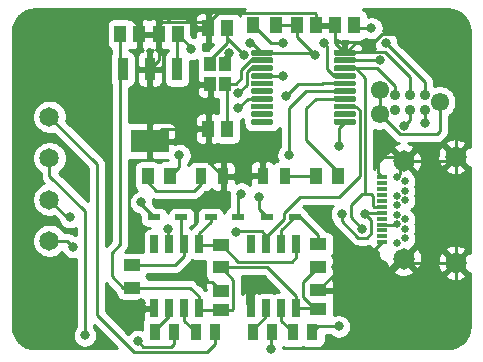
<source format=gbr>
%TF.GenerationSoftware,KiCad,Pcbnew,(5.1.12-1-g0a0a2da680)-1*%
%TF.CreationDate,2022-06-30T22:32:07+02:00*%
%TF.ProjectId,ThermoDeviceLogger,54686572-6d6f-4446-9576-6963654c6f67,rev?*%
%TF.SameCoordinates,Original*%
%TF.FileFunction,Copper,L1,Top*%
%TF.FilePolarity,Positive*%
%FSLAX46Y46*%
G04 Gerber Fmt 4.6, Leading zero omitted, Abs format (unit mm)*
G04 Created by KiCad (PCBNEW (5.1.12-1-g0a0a2da680)-1) date 2022-06-30 22:32:07*
%MOMM*%
%LPD*%
G01*
G04 APERTURE LIST*
%TA.AperFunction,SMDPad,CuDef*%
%ADD10R,1.000000X1.200000*%
%TD*%
%TA.AperFunction,SMDPad,CuDef*%
%ADD11R,1.450000X1.000000*%
%TD*%
%TA.AperFunction,SMDPad,CuDef*%
%ADD12R,1.000000X1.450000*%
%TD*%
%TA.AperFunction,SMDPad,CuDef*%
%ADD13R,0.960000X1.390000*%
%TD*%
%TA.AperFunction,SMDPad,CuDef*%
%ADD14R,0.900000X1.400000*%
%TD*%
%TA.AperFunction,ComponentPad*%
%ADD15C,1.650000*%
%TD*%
%TA.AperFunction,ComponentPad*%
%ADD16C,1.550000*%
%TD*%
%TA.AperFunction,SMDPad,CuDef*%
%ADD17C,0.889000*%
%TD*%
%TA.AperFunction,ComponentPad*%
%ADD18C,1.815000*%
%TD*%
%TA.AperFunction,ComponentPad*%
%ADD19C,0.650000*%
%TD*%
%TA.AperFunction,SMDPad,CuDef*%
%ADD20R,0.900000X0.300000*%
%TD*%
%TA.AperFunction,SMDPad,CuDef*%
%ADD21R,0.650000X1.525000*%
%TD*%
%TA.AperFunction,SMDPad,CuDef*%
%ADD22R,3.200000X1.950000*%
%TD*%
%TA.AperFunction,SMDPad,CuDef*%
%ADD23R,0.900000X1.950000*%
%TD*%
%TA.AperFunction,SMDPad,CuDef*%
%ADD24R,1.075000X0.500000*%
%TD*%
%TA.AperFunction,SMDPad,CuDef*%
%ADD25R,1.470000X1.020000*%
%TD*%
%TA.AperFunction,SMDPad,CuDef*%
%ADD26R,1.020000X1.470000*%
%TD*%
%TA.AperFunction,ViaPad*%
%ADD27C,3.750000*%
%TD*%
%TA.AperFunction,ViaPad*%
%ADD28C,0.800000*%
%TD*%
%TA.AperFunction,Conductor*%
%ADD29C,0.250000*%
%TD*%
%TA.AperFunction,Conductor*%
%ADD30C,0.254000*%
%TD*%
%TA.AperFunction,Conductor*%
%ADD31C,0.100000*%
%TD*%
G04 APERTURE END LIST*
D10*
%TO.P,Y1,4*%
%TO.N,GND*%
X103650000Y-57800000D03*
%TO.P,Y1,3*%
%TO.N,/Crystal2*%
X103650000Y-59500000D03*
%TO.P,Y1,2*%
%TO.N,GND*%
X102350000Y-59500000D03*
%TO.P,Y1,1*%
%TO.N,/Cyrstal1*%
X102350000Y-57800000D03*
%TD*%
D11*
%TO.P,R6,2*%
%TO.N,Net-(D3-Pad2)*%
X103250000Y-73100000D03*
%TO.P,R6,1*%
%TO.N,/3.3V*%
X103250000Y-75000000D03*
%TD*%
%TO.P,R5,2*%
%TO.N,Net-(D1-Pad2)*%
X95750000Y-74800000D03*
%TO.P,R5,1*%
%TO.N,/3.3V*%
X95750000Y-76700000D03*
%TD*%
%TO.P,R4,2*%
%TO.N,Net-(D2-Pad2)*%
X111500000Y-73050000D03*
%TO.P,R4,1*%
%TO.N,/3.3V*%
X111500000Y-74950000D03*
%TD*%
D12*
%TO.P,R3,2*%
%TO.N,Net-(LED2-Pad2)*%
X111300000Y-67250000D03*
%TO.P,R3,1*%
%TO.N,Net-(R3-Pad1)*%
X113200000Y-67250000D03*
%TD*%
%TO.P,R2,2*%
%TO.N,Net-(LED1-Pad2)*%
X97050000Y-67290000D03*
%TO.P,R2,1*%
%TO.N,Net-(R2-Pad1)*%
X98950000Y-67290000D03*
%TD*%
%TO.P,R1,2*%
%TO.N,/MCLR*%
X106000000Y-54500000D03*
%TO.P,R1,1*%
%TO.N,+5V*%
X107900000Y-54500000D03*
%TD*%
D13*
%TO.P,LFB2,2*%
%TO.N,Net-(IC2-Pad2)*%
X97690000Y-80500000D03*
%TO.P,LFB2,1*%
%TO.N,/ThermoCouple Modules/T-tcm1*%
X99310000Y-80500000D03*
%TD*%
%TO.P,LFB1,2*%
%TO.N,Net-(IC2-Pad3)*%
X101130000Y-80500000D03*
%TO.P,LFB1,1*%
%TO.N,/ThermoCouple Modules/T+tcm1*%
X102750000Y-80500000D03*
%TD*%
D14*
%TO.P,LED2,2*%
%TO.N,Net-(LED2-Pad2)*%
X108700000Y-67250000D03*
%TO.P,LED2,1*%
%TO.N,GND*%
X106800000Y-67250000D03*
%TD*%
%TO.P,LED1,2*%
%TO.N,Net-(LED1-Pad2)*%
X101550000Y-67290000D03*
%TO.P,LED1,1*%
%TO.N,GND*%
X103450000Y-67290000D03*
%TD*%
D15*
%TO.P,J3,4*%
%TO.N,/ThermoCouple Modules/T-tcm2*%
X88750000Y-72750000D03*
%TO.P,J3,3*%
%TO.N,/ThermoCouple Modules/T+tcm2*%
X88750000Y-69250000D03*
%TO.P,J3,2*%
%TO.N,/ThermoCouple Modules/T-tcm1*%
X88750000Y-65750000D03*
%TO.P,J3,1*%
%TO.N,/ThermoCouple Modules/T+tcm1*%
X88750000Y-62250000D03*
%TD*%
D16*
%TO.P,J2,9*%
%TO.N,N/C*%
X116710000Y-59984000D03*
%TO.P,J2,8*%
X116710000Y-62016000D03*
%TO.P,J2,7*%
X121790000Y-61000000D03*
D17*
%TO.P,J2,6*%
%TO.N,Net-(J2-Pad6)*%
X117980000Y-61635000D03*
%TO.P,J2,5*%
%TO.N,/PGC*%
X117980000Y-60365000D03*
%TO.P,J2,4*%
%TO.N,/PGD*%
X119250000Y-61635000D03*
%TO.P,J2,3*%
%TO.N,GND*%
X119250000Y-60365000D03*
%TO.P,J2,2*%
%TO.N,+5V*%
X120520000Y-61635000D03*
%TO.P,J2,1*%
%TO.N,/MCLR*%
X120520000Y-60365000D03*
%TD*%
D18*
%TO.P,J1,MH4*%
%TO.N,GND*%
X118750000Y-65990000D03*
%TO.P,J1,MH3*%
X123140000Y-65630000D03*
%TO.P,J1,MH2*%
X123140000Y-74610000D03*
%TO.P,J1,MH1*%
X118750000Y-74250000D03*
D19*
%TO.P,J1,B12*%
%TO.N,Net-(J1-PadB12)*%
X118150000Y-72920000D03*
%TO.P,J1,B11*%
%TO.N,Net-(J1-PadB11)*%
X118850000Y-72520000D03*
%TO.P,J1,B10*%
%TO.N,Net-(J1-PadB10)*%
X118850000Y-71720000D03*
%TO.P,J1,B9*%
%TO.N,+5V*%
X118150000Y-71320000D03*
%TO.P,J1,B8*%
%TO.N,Net-(J1-PadB8)*%
X118850000Y-70920000D03*
%TO.P,J1,B7*%
%TO.N,/PGC*%
X118150000Y-70520000D03*
%TO.P,J1,B6*%
%TO.N,/PGD*%
X118150000Y-69720000D03*
%TO.P,J1,B5*%
%TO.N,Net-(J1-PadB5)*%
X118850000Y-69320000D03*
%TO.P,J1,B4*%
%TO.N,Net-(J1-PadB4)*%
X118150000Y-68920000D03*
%TO.P,J1,B3*%
%TO.N,Net-(J1-PadB3)*%
X118850000Y-68520000D03*
%TO.P,J1,B2*%
%TO.N,Net-(J1-PadB2)*%
X118850000Y-67720000D03*
%TO.P,J1,B1*%
%TO.N,GND*%
X118150000Y-67320000D03*
D20*
%TO.P,J1,A12*%
X116940000Y-67370000D03*
%TO.P,J1,A11*%
%TO.N,Net-(J1-PadA11)*%
X116940000Y-67870000D03*
%TO.P,J1,A10*%
%TO.N,Net-(J1-PadA10)*%
X116940000Y-68370000D03*
%TO.P,J1,A9*%
%TO.N,Net-(J1-PadA9)*%
X116940000Y-68870000D03*
%TO.P,J1,A8*%
%TO.N,Net-(J1-PadA8)*%
X116940000Y-69370000D03*
%TO.P,J1,A7*%
%TO.N,/PGC*%
X116940000Y-69870000D03*
%TO.P,J1,A6*%
%TO.N,/PGD*%
X116940000Y-70370000D03*
%TO.P,J1,A5*%
%TO.N,Net-(J1-PadA5)*%
X116940000Y-70870000D03*
%TO.P,J1,A4*%
%TO.N,+5V*%
X116940000Y-71370000D03*
%TO.P,J1,A3*%
%TO.N,Net-(J1-PadA3)*%
X116940000Y-71870000D03*
%TO.P,J1,A2*%
%TO.N,Net-(J1-PadA2)*%
X116940000Y-72370000D03*
%TO.P,J1,A1*%
%TO.N,GND*%
X116940000Y-72870000D03*
%TD*%
D21*
%TO.P,IC3,8*%
%TO.N,Net-(IC3-Pad8)*%
X105845000Y-73038000D03*
%TO.P,IC3,7*%
%TO.N,/MISO*%
X107115000Y-73038000D03*
%TO.P,IC3,6*%
%TO.N,Net-(D2-Pad2)*%
X108385000Y-73038000D03*
%TO.P,IC3,5*%
%TO.N,Net-(D3-Pad2)*%
X109655000Y-73038000D03*
%TO.P,IC3,4*%
%TO.N,/3.3V*%
X109655000Y-78462000D03*
%TO.P,IC3,3*%
%TO.N,Net-(FB1-Pad2)*%
X108385000Y-78462000D03*
%TO.P,IC3,2*%
%TO.N,Net-(FB2-Pad2)*%
X107115000Y-78462000D03*
%TO.P,IC3,1*%
%TO.N,GND*%
X105845000Y-78462000D03*
%TD*%
%TO.P,IC2,8*%
%TO.N,Net-(IC2-Pad8)*%
X97595000Y-73038000D03*
%TO.P,IC2,7*%
%TO.N,/MISO*%
X98865000Y-73038000D03*
%TO.P,IC2,6*%
%TO.N,Net-(D1-Pad2)*%
X100135000Y-73038000D03*
%TO.P,IC2,5*%
%TO.N,Net-(D3-Pad2)*%
X101405000Y-73038000D03*
%TO.P,IC2,4*%
%TO.N,/3.3V*%
X101405000Y-78462000D03*
%TO.P,IC2,3*%
%TO.N,Net-(IC2-Pad3)*%
X100135000Y-78462000D03*
%TO.P,IC2,2*%
%TO.N,Net-(IC2-Pad2)*%
X98865000Y-78462000D03*
%TO.P,IC2,1*%
%TO.N,GND*%
X97595000Y-78462000D03*
%TD*%
D22*
%TO.P,IC1,4*%
%TO.N,GND*%
X97250000Y-64300000D03*
D23*
%TO.P,IC1,3*%
%TO.N,/3.3V*%
X94950000Y-58200000D03*
%TO.P,IC1,2*%
%TO.N,GND*%
X97250000Y-58200000D03*
%TO.P,IC1,1*%
%TO.N,+5V*%
X99550000Y-58200000D03*
%TD*%
D13*
%TO.P,FB2,2*%
%TO.N,Net-(FB2-Pad2)*%
X105940000Y-80500000D03*
%TO.P,FB2,1*%
%TO.N,/ThermoCouple Modules/T-tcm2*%
X107560000Y-80500000D03*
%TD*%
%TO.P,FB1,2*%
%TO.N,Net-(FB1-Pad2)*%
X109380000Y-80500000D03*
%TO.P,FB1,1*%
%TO.N,/ThermoCouple Modules/T+tcm2*%
X111000000Y-80500000D03*
%TD*%
D24*
%TO.P,D3,2*%
%TO.N,Net-(D3-Pad2)*%
X102382000Y-70750000D03*
%TO.P,D3,1*%
%TO.N,/SCK*%
X104706000Y-70750000D03*
%TD*%
%TO.P,D2,2*%
%TO.N,Net-(D2-Pad2)*%
X109500000Y-70750000D03*
%TO.P,D2,1*%
%TO.N,/CS_2*%
X107176000Y-70750000D03*
%TD*%
%TO.P,D1,2*%
%TO.N,Net-(D1-Pad2)*%
X99912000Y-70750000D03*
%TO.P,D1,1*%
%TO.N,/CS_1*%
X97588000Y-70750000D03*
%TD*%
D25*
%TO.P,C8,2*%
%TO.N,/3.3V*%
X111500000Y-78550000D03*
%TO.P,C8,1*%
%TO.N,GND*%
X111500000Y-76950000D03*
%TD*%
%TO.P,C7,2*%
%TO.N,/3.3V*%
X103250000Y-78600000D03*
%TO.P,C7,1*%
%TO.N,GND*%
X103250000Y-77000000D03*
%TD*%
D26*
%TO.P,C6,2*%
%TO.N,/Crystal2*%
X103800000Y-63250000D03*
%TO.P,C6,1*%
%TO.N,GND*%
X102200000Y-63250000D03*
%TD*%
%TO.P,C5,2*%
%TO.N,GND*%
X102200000Y-54750000D03*
%TO.P,C5,1*%
%TO.N,/Cyrstal1*%
X103800000Y-54750000D03*
%TD*%
%TO.P,C4,2*%
%TO.N,Net-(C4-Pad2)*%
X114550000Y-54500000D03*
%TO.P,C4,1*%
%TO.N,GND*%
X112950000Y-54500000D03*
%TD*%
%TO.P,C3,2*%
%TO.N,+5V*%
X109700000Y-54500000D03*
%TO.P,C3,1*%
%TO.N,GND*%
X111300000Y-54500000D03*
%TD*%
%TO.P,C2,2*%
%TO.N,GND*%
X96350000Y-55250000D03*
%TO.P,C2,1*%
%TO.N,/3.3V*%
X94750000Y-55250000D03*
%TD*%
%TO.P,C1,2*%
%TO.N,GND*%
X98000000Y-55250000D03*
%TO.P,C1,1*%
%TO.N,+5V*%
X99600000Y-55250000D03*
%TD*%
%TO.P,U1,20*%
%TO.N,GND*%
%TA.AperFunction,SMDPad,CuDef*%
G36*
G01*
X112800000Y-56950000D02*
X112800000Y-56700000D01*
G75*
G02*
X112925000Y-56575000I125000J0D01*
G01*
X114575000Y-56575000D01*
G75*
G02*
X114700000Y-56700000I0J-125000D01*
G01*
X114700000Y-56950000D01*
G75*
G02*
X114575000Y-57075000I-125000J0D01*
G01*
X112925000Y-57075000D01*
G75*
G02*
X112800000Y-56950000I0J125000D01*
G01*
G37*
%TD.AperFunction*%
%TO.P,U1,19*%
%TO.N,/PGD*%
%TA.AperFunction,SMDPad,CuDef*%
G36*
G01*
X112800000Y-57600000D02*
X112800000Y-57350000D01*
G75*
G02*
X112925000Y-57225000I125000J0D01*
G01*
X114575000Y-57225000D01*
G75*
G02*
X114700000Y-57350000I0J-125000D01*
G01*
X114700000Y-57600000D01*
G75*
G02*
X114575000Y-57725000I-125000J0D01*
G01*
X112925000Y-57725000D01*
G75*
G02*
X112800000Y-57600000I0J125000D01*
G01*
G37*
%TD.AperFunction*%
%TO.P,U1,18*%
%TO.N,/PGC*%
%TA.AperFunction,SMDPad,CuDef*%
G36*
G01*
X112800000Y-58250000D02*
X112800000Y-58000000D01*
G75*
G02*
X112925000Y-57875000I125000J0D01*
G01*
X114575000Y-57875000D01*
G75*
G02*
X114700000Y-58000000I0J-125000D01*
G01*
X114700000Y-58250000D01*
G75*
G02*
X114575000Y-58375000I-125000J0D01*
G01*
X112925000Y-58375000D01*
G75*
G02*
X112800000Y-58250000I0J125000D01*
G01*
G37*
%TD.AperFunction*%
%TO.P,U1,17*%
%TO.N,Net-(C4-Pad2)*%
%TA.AperFunction,SMDPad,CuDef*%
G36*
G01*
X112800000Y-58900000D02*
X112800000Y-58650000D01*
G75*
G02*
X112925000Y-58525000I125000J0D01*
G01*
X114575000Y-58525000D01*
G75*
G02*
X114700000Y-58650000I0J-125000D01*
G01*
X114700000Y-58900000D01*
G75*
G02*
X114575000Y-59025000I-125000J0D01*
G01*
X112925000Y-59025000D01*
G75*
G02*
X112800000Y-58900000I0J125000D01*
G01*
G37*
%TD.AperFunction*%
%TO.P,U1,16*%
%TO.N,/CS_1*%
%TA.AperFunction,SMDPad,CuDef*%
G36*
G01*
X112800000Y-59550000D02*
X112800000Y-59300000D01*
G75*
G02*
X112925000Y-59175000I125000J0D01*
G01*
X114575000Y-59175000D01*
G75*
G02*
X114700000Y-59300000I0J-125000D01*
G01*
X114700000Y-59550000D01*
G75*
G02*
X114575000Y-59675000I-125000J0D01*
G01*
X112925000Y-59675000D01*
G75*
G02*
X112800000Y-59550000I0J125000D01*
G01*
G37*
%TD.AperFunction*%
%TO.P,U1,15*%
%TO.N,/CS_2*%
%TA.AperFunction,SMDPad,CuDef*%
G36*
G01*
X112800000Y-60200000D02*
X112800000Y-59950000D01*
G75*
G02*
X112925000Y-59825000I125000J0D01*
G01*
X114575000Y-59825000D01*
G75*
G02*
X114700000Y-59950000I0J-125000D01*
G01*
X114700000Y-60200000D01*
G75*
G02*
X114575000Y-60325000I-125000J0D01*
G01*
X112925000Y-60325000D01*
G75*
G02*
X112800000Y-60200000I0J125000D01*
G01*
G37*
%TD.AperFunction*%
%TO.P,U1,14*%
%TO.N,Net-(R3-Pad1)*%
%TA.AperFunction,SMDPad,CuDef*%
G36*
G01*
X112800000Y-60850000D02*
X112800000Y-60600000D01*
G75*
G02*
X112925000Y-60475000I125000J0D01*
G01*
X114575000Y-60475000D01*
G75*
G02*
X114700000Y-60600000I0J-125000D01*
G01*
X114700000Y-60850000D01*
G75*
G02*
X114575000Y-60975000I-125000J0D01*
G01*
X112925000Y-60975000D01*
G75*
G02*
X112800000Y-60850000I0J125000D01*
G01*
G37*
%TD.AperFunction*%
%TO.P,U1,13*%
%TO.N,/MISO*%
%TA.AperFunction,SMDPad,CuDef*%
G36*
G01*
X112800000Y-61500000D02*
X112800000Y-61250000D01*
G75*
G02*
X112925000Y-61125000I125000J0D01*
G01*
X114575000Y-61125000D01*
G75*
G02*
X114700000Y-61250000I0J-125000D01*
G01*
X114700000Y-61500000D01*
G75*
G02*
X114575000Y-61625000I-125000J0D01*
G01*
X112925000Y-61625000D01*
G75*
G02*
X112800000Y-61500000I0J125000D01*
G01*
G37*
%TD.AperFunction*%
%TO.P,U1,12*%
%TO.N,Net-(U1-Pad12)*%
%TA.AperFunction,SMDPad,CuDef*%
G36*
G01*
X112800000Y-62150000D02*
X112800000Y-61900000D01*
G75*
G02*
X112925000Y-61775000I125000J0D01*
G01*
X114575000Y-61775000D01*
G75*
G02*
X114700000Y-61900000I0J-125000D01*
G01*
X114700000Y-62150000D01*
G75*
G02*
X114575000Y-62275000I-125000J0D01*
G01*
X112925000Y-62275000D01*
G75*
G02*
X112800000Y-62150000I0J125000D01*
G01*
G37*
%TD.AperFunction*%
%TO.P,U1,11*%
%TO.N,/SCK*%
%TA.AperFunction,SMDPad,CuDef*%
G36*
G01*
X112800000Y-62800000D02*
X112800000Y-62550000D01*
G75*
G02*
X112925000Y-62425000I125000J0D01*
G01*
X114575000Y-62425000D01*
G75*
G02*
X114700000Y-62550000I0J-125000D01*
G01*
X114700000Y-62800000D01*
G75*
G02*
X114575000Y-62925000I-125000J0D01*
G01*
X112925000Y-62925000D01*
G75*
G02*
X112800000Y-62800000I0J125000D01*
G01*
G37*
%TD.AperFunction*%
%TO.P,U1,10*%
%TO.N,Net-(U1-Pad10)*%
%TA.AperFunction,SMDPad,CuDef*%
G36*
G01*
X105800000Y-62800000D02*
X105800000Y-62550000D01*
G75*
G02*
X105925000Y-62425000I125000J0D01*
G01*
X107575000Y-62425000D01*
G75*
G02*
X107700000Y-62550000I0J-125000D01*
G01*
X107700000Y-62800000D01*
G75*
G02*
X107575000Y-62925000I-125000J0D01*
G01*
X105925000Y-62925000D01*
G75*
G02*
X105800000Y-62800000I0J125000D01*
G01*
G37*
%TD.AperFunction*%
%TO.P,U1,9*%
%TO.N,Net-(U1-Pad9)*%
%TA.AperFunction,SMDPad,CuDef*%
G36*
G01*
X105800000Y-62150000D02*
X105800000Y-61900000D01*
G75*
G02*
X105925000Y-61775000I125000J0D01*
G01*
X107575000Y-61775000D01*
G75*
G02*
X107700000Y-61900000I0J-125000D01*
G01*
X107700000Y-62150000D01*
G75*
G02*
X107575000Y-62275000I-125000J0D01*
G01*
X105925000Y-62275000D01*
G75*
G02*
X105800000Y-62150000I0J125000D01*
G01*
G37*
%TD.AperFunction*%
%TO.P,U1,8*%
%TO.N,Net-(U1-Pad8)*%
%TA.AperFunction,SMDPad,CuDef*%
G36*
G01*
X105800000Y-61500000D02*
X105800000Y-61250000D01*
G75*
G02*
X105925000Y-61125000I125000J0D01*
G01*
X107575000Y-61125000D01*
G75*
G02*
X107700000Y-61250000I0J-125000D01*
G01*
X107700000Y-61500000D01*
G75*
G02*
X107575000Y-61625000I-125000J0D01*
G01*
X105925000Y-61625000D01*
G75*
G02*
X105800000Y-61500000I0J125000D01*
G01*
G37*
%TD.AperFunction*%
%TO.P,U1,7*%
%TO.N,Net-(R2-Pad1)*%
%TA.AperFunction,SMDPad,CuDef*%
G36*
G01*
X105800000Y-60850000D02*
X105800000Y-60600000D01*
G75*
G02*
X105925000Y-60475000I125000J0D01*
G01*
X107575000Y-60475000D01*
G75*
G02*
X107700000Y-60600000I0J-125000D01*
G01*
X107700000Y-60850000D01*
G75*
G02*
X107575000Y-60975000I-125000J0D01*
G01*
X105925000Y-60975000D01*
G75*
G02*
X105800000Y-60850000I0J125000D01*
G01*
G37*
%TD.AperFunction*%
%TO.P,U1,6*%
%TO.N,Net-(U1-Pad6)*%
%TA.AperFunction,SMDPad,CuDef*%
G36*
G01*
X105800000Y-60200000D02*
X105800000Y-59950000D01*
G75*
G02*
X105925000Y-59825000I125000J0D01*
G01*
X107575000Y-59825000D01*
G75*
G02*
X107700000Y-59950000I0J-125000D01*
G01*
X107700000Y-60200000D01*
G75*
G02*
X107575000Y-60325000I-125000J0D01*
G01*
X105925000Y-60325000D01*
G75*
G02*
X105800000Y-60200000I0J125000D01*
G01*
G37*
%TD.AperFunction*%
%TO.P,U1,5*%
%TO.N,Net-(U1-Pad5)*%
%TA.AperFunction,SMDPad,CuDef*%
G36*
G01*
X105800000Y-59550000D02*
X105800000Y-59300000D01*
G75*
G02*
X105925000Y-59175000I125000J0D01*
G01*
X107575000Y-59175000D01*
G75*
G02*
X107700000Y-59300000I0J-125000D01*
G01*
X107700000Y-59550000D01*
G75*
G02*
X107575000Y-59675000I-125000J0D01*
G01*
X105925000Y-59675000D01*
G75*
G02*
X105800000Y-59550000I0J125000D01*
G01*
G37*
%TD.AperFunction*%
%TO.P,U1,4*%
%TO.N,/MCLR*%
%TA.AperFunction,SMDPad,CuDef*%
G36*
G01*
X105800000Y-58900000D02*
X105800000Y-58650000D01*
G75*
G02*
X105925000Y-58525000I125000J0D01*
G01*
X107575000Y-58525000D01*
G75*
G02*
X107700000Y-58650000I0J-125000D01*
G01*
X107700000Y-58900000D01*
G75*
G02*
X107575000Y-59025000I-125000J0D01*
G01*
X105925000Y-59025000D01*
G75*
G02*
X105800000Y-58900000I0J125000D01*
G01*
G37*
%TD.AperFunction*%
%TO.P,U1,3*%
%TO.N,/Cyrstal1*%
%TA.AperFunction,SMDPad,CuDef*%
G36*
G01*
X105800000Y-58250000D02*
X105800000Y-58000000D01*
G75*
G02*
X105925000Y-57875000I125000J0D01*
G01*
X107575000Y-57875000D01*
G75*
G02*
X107700000Y-58000000I0J-125000D01*
G01*
X107700000Y-58250000D01*
G75*
G02*
X107575000Y-58375000I-125000J0D01*
G01*
X105925000Y-58375000D01*
G75*
G02*
X105800000Y-58250000I0J125000D01*
G01*
G37*
%TD.AperFunction*%
%TO.P,U1,2*%
%TO.N,/Crystal2*%
%TA.AperFunction,SMDPad,CuDef*%
G36*
G01*
X105800000Y-57600000D02*
X105800000Y-57350000D01*
G75*
G02*
X105925000Y-57225000I125000J0D01*
G01*
X107575000Y-57225000D01*
G75*
G02*
X107700000Y-57350000I0J-125000D01*
G01*
X107700000Y-57600000D01*
G75*
G02*
X107575000Y-57725000I-125000J0D01*
G01*
X105925000Y-57725000D01*
G75*
G02*
X105800000Y-57600000I0J125000D01*
G01*
G37*
%TD.AperFunction*%
%TO.P,U1,1*%
%TO.N,+5V*%
%TA.AperFunction,SMDPad,CuDef*%
G36*
G01*
X105800000Y-56950000D02*
X105800000Y-56700000D01*
G75*
G02*
X105925000Y-56575000I125000J0D01*
G01*
X107575000Y-56575000D01*
G75*
G02*
X107700000Y-56700000I0J-125000D01*
G01*
X107700000Y-56950000D01*
G75*
G02*
X107575000Y-57075000I-125000J0D01*
G01*
X105925000Y-57075000D01*
G75*
G02*
X105800000Y-56950000I0J125000D01*
G01*
G37*
%TD.AperFunction*%
%TD*%
D27*
%TO.N,GND*%
X122000000Y-55500000D03*
X122000000Y-79500000D03*
X88000000Y-79500000D03*
X88000000Y-55500000D03*
D28*
X96512653Y-77987347D03*
X101500000Y-76250000D03*
X105500000Y-76500000D03*
X113000000Y-75000000D03*
X94500000Y-79000000D03*
X103982499Y-56807805D03*
%TO.N,+5V*%
X120520000Y-62730000D03*
X111250000Y-57000000D03*
X105750000Y-56000000D03*
X100750000Y-56500000D03*
%TO.N,Net-(C4-Pad2)*%
X112000000Y-56000000D03*
X116000000Y-54750000D03*
%TO.N,/Cyrstal1*%
X104750000Y-60250000D03*
X105200000Y-57000000D03*
%TO.N,/CS_1*%
X108750000Y-60500000D03*
X96500000Y-69500000D03*
%TO.N,/CS_2*%
X109000000Y-65500000D03*
X106500000Y-69000000D03*
%TO.N,/SCK*%
X105000000Y-68750000D03*
X113250000Y-64750000D03*
%TO.N,/ThermoCouple Modules/T+tcm2*%
X90500000Y-70750000D03*
X113250000Y-80000000D03*
%TO.N,/ThermoCouple Modules/T-tcm2*%
X90750000Y-73250000D03*
X107500000Y-81875000D03*
%TO.N,/MISO*%
X104500000Y-72000000D03*
X98750000Y-71750000D03*
%TO.N,/PGC*%
X115250000Y-71750000D03*
%TO.N,/PGD*%
X118750000Y-63000000D03*
X116767415Y-57459836D03*
X115500000Y-70500000D03*
X113500000Y-70500000D03*
%TO.N,/MCLR*%
X117250000Y-56000000D03*
X108500000Y-58750000D03*
X108500000Y-56000000D03*
%TO.N,/ThermoCouple Modules/T-tcm1*%
X96250000Y-81250000D03*
X91750000Y-80750000D03*
%TO.N,Net-(R2-Pad1)*%
X104750000Y-61500000D03*
X99750000Y-65500000D03*
%TD*%
D29*
%TO.N,*%
X116710000Y-59984000D02*
X116710000Y-62016000D01*
X118419001Y-63725001D02*
X121524999Y-63725001D01*
X116710000Y-62016000D02*
X118419001Y-63725001D01*
X121790000Y-63460000D02*
X121790000Y-61000000D01*
X121524999Y-63725001D02*
X121790000Y-63460000D01*
%TO.N,GND*%
X113840165Y-56734835D02*
X113750000Y-56825000D01*
X117115416Y-56734835D02*
X113840165Y-56734835D01*
X119250000Y-58869419D02*
X117115416Y-56734835D01*
X119250000Y-60365000D02*
X119250000Y-58869419D01*
X112950000Y-56025000D02*
X113750000Y-56825000D01*
X112950000Y-54500000D02*
X112950000Y-56025000D01*
X111300000Y-54500000D02*
X112950000Y-54500000D01*
X118400001Y-66087999D02*
X118400001Y-67069999D01*
X117932001Y-65619999D02*
X118400001Y-66087999D01*
X116599999Y-66087999D02*
X117067999Y-65619999D01*
X117067999Y-65619999D02*
X117932001Y-65619999D01*
X116599999Y-67029999D02*
X116599999Y-66087999D01*
X118400001Y-67069999D02*
X118150000Y-67320000D01*
X116940000Y-67370000D02*
X116599999Y-67029999D01*
X122780000Y-65990000D02*
X123140000Y-65630000D01*
X118750000Y-65990000D02*
X122780000Y-65990000D01*
X102200000Y-63019998D02*
X102200000Y-63250000D01*
X111300000Y-53515000D02*
X111224999Y-53439999D01*
X111300000Y-54500000D02*
X111300000Y-53515000D01*
X102200000Y-54269998D02*
X102200000Y-54750000D01*
X98000000Y-54265000D02*
X98000000Y-55250000D01*
X98075001Y-54189999D02*
X98000000Y-54265000D01*
X96350000Y-55250000D02*
X98000000Y-55250000D01*
X98000000Y-55250000D02*
X98000000Y-54500000D01*
X98000000Y-54500000D02*
X98250000Y-54250000D01*
X98000000Y-57450000D02*
X97250000Y-58200000D01*
X98000000Y-55250000D02*
X98000000Y-57450000D01*
X96350000Y-55250000D02*
X96350000Y-54600000D01*
X96350000Y-54600000D02*
X95500000Y-53750000D01*
X89750000Y-53750000D02*
X88000000Y-55500000D01*
X95500000Y-53750000D02*
X89750000Y-53750000D01*
X98300000Y-63250000D02*
X97250000Y-64300000D01*
X102200000Y-63250000D02*
X98300000Y-63250000D01*
X102200000Y-66040000D02*
X102200000Y-63250000D01*
X103450000Y-67290000D02*
X102200000Y-66040000D01*
X106760000Y-67290000D02*
X106800000Y-67250000D01*
X103450000Y-67290000D02*
X106760000Y-67290000D01*
X111500000Y-76950000D02*
X112860000Y-76950000D01*
X96987306Y-78462000D02*
X96512653Y-77987347D01*
X97595000Y-78462000D02*
X96987306Y-78462000D01*
X102500000Y-76250000D02*
X103250000Y-77000000D01*
X101500000Y-76250000D02*
X102500000Y-76250000D01*
X105500000Y-78117000D02*
X105845000Y-78462000D01*
X105500000Y-76500000D02*
X105500000Y-78117000D01*
X113000000Y-75450000D02*
X111500000Y-76950000D01*
X113000000Y-75000000D02*
X113000000Y-75450000D01*
X123140000Y-65630000D02*
X123140000Y-74610000D01*
X119110000Y-74610000D02*
X118750000Y-74250000D01*
X123140000Y-74610000D02*
X119110000Y-74610000D01*
X118368000Y-74250000D02*
X116618000Y-76000000D01*
X118750000Y-74250000D02*
X118368000Y-74250000D01*
X115500000Y-76000000D02*
X114655000Y-75155000D01*
X114655000Y-75155000D02*
X116940000Y-72870000D01*
X116618000Y-76000000D02*
X115500000Y-76000000D01*
X112860000Y-76950000D02*
X114655000Y-75155000D01*
X123140000Y-78360000D02*
X122000000Y-79500000D01*
X123140000Y-74610000D02*
X123140000Y-78360000D01*
X111224999Y-53439999D02*
X103029999Y-53439999D01*
X102200000Y-54750000D02*
X101639999Y-54189999D01*
X101639999Y-54189999D02*
X98075001Y-54189999D01*
X103029999Y-53439999D02*
X102200000Y-54269998D01*
X102350000Y-63100000D02*
X102200000Y-63250000D01*
X102350000Y-59500000D02*
X102350000Y-63100000D01*
X113825000Y-56825000D02*
X114650000Y-56000000D01*
X113750000Y-56825000D02*
X113825000Y-56825000D01*
X116176998Y-56000000D02*
X116926998Y-55250000D01*
X114650000Y-56000000D02*
X116176998Y-56000000D01*
X121750000Y-55250000D02*
X122000000Y-55500000D01*
X116926998Y-55250000D02*
X121750000Y-55250000D01*
X122000000Y-55500000D02*
X122000000Y-58000000D01*
X123140000Y-59140000D02*
X123140000Y-65630000D01*
X122000000Y-58000000D02*
X123140000Y-59140000D01*
X95500000Y-79000000D02*
X96512653Y-77987347D01*
X94500000Y-79000000D02*
X95500000Y-79000000D01*
X103650000Y-57400000D02*
X103850000Y-57400000D01*
X103650000Y-57800000D02*
X103650000Y-57550000D01*
X103650000Y-57140304D02*
X103982499Y-56807805D01*
X103650000Y-57800000D02*
X103650000Y-57140304D01*
%TO.N,+5V*%
X120520000Y-61635000D02*
X120520000Y-62730000D01*
X109700000Y-55450000D02*
X109700000Y-54500000D01*
X111250000Y-57000000D02*
X109700000Y-55450000D01*
X111075000Y-56825000D02*
X106750000Y-56825000D01*
X111250000Y-57000000D02*
X111075000Y-56825000D01*
X109700000Y-54500000D02*
X107900000Y-54500000D01*
X106750000Y-56825000D02*
X105925000Y-56000000D01*
X105925000Y-56000000D02*
X105750000Y-56000000D01*
X100750000Y-56400000D02*
X99600000Y-55250000D01*
X100750000Y-56500000D02*
X100750000Y-56400000D01*
X99550000Y-55300000D02*
X99600000Y-55250000D01*
X99550000Y-58200000D02*
X99550000Y-55300000D01*
X118100000Y-71370000D02*
X118150000Y-71320000D01*
X116940000Y-71370000D02*
X118100000Y-71370000D01*
%TO.N,/3.3V*%
X94750000Y-58000000D02*
X94950000Y-58200000D01*
X94750000Y-55250000D02*
X94750000Y-58000000D01*
X104310001Y-78524999D02*
X104235000Y-78600000D01*
X104235000Y-78600000D02*
X103250000Y-78600000D01*
X104310001Y-76060001D02*
X104310001Y-78524999D01*
X103250000Y-75000000D02*
X104310001Y-76060001D01*
X101543000Y-78600000D02*
X101405000Y-78462000D01*
X103250000Y-78600000D02*
X101543000Y-78600000D01*
X111412000Y-78462000D02*
X111500000Y-78550000D01*
X109655000Y-78462000D02*
X111412000Y-78462000D01*
X110250000Y-76200000D02*
X111500000Y-74950000D01*
X110250000Y-77530002D02*
X110250000Y-76200000D01*
X111269998Y-78550000D02*
X110250000Y-77530002D01*
X111500000Y-78550000D02*
X111269998Y-78550000D01*
X94950000Y-76700000D02*
X95750000Y-76700000D01*
X94000000Y-75750000D02*
X94950000Y-76700000D01*
X94000000Y-73750000D02*
X94000000Y-75750000D01*
X94699999Y-73050001D02*
X94000000Y-73750000D01*
X94699999Y-58450001D02*
X94699999Y-73050001D01*
X94950000Y-58200000D02*
X94699999Y-58450001D01*
X101405000Y-77449500D02*
X101405000Y-78462000D01*
X100655500Y-76700000D02*
X101405000Y-77449500D01*
X95750000Y-76700000D02*
X100655500Y-76700000D01*
X109655000Y-77449500D02*
X109655000Y-78462000D01*
X107205500Y-75000000D02*
X109655000Y-77449500D01*
X103250000Y-75000000D02*
X107205500Y-75000000D01*
%TO.N,Net-(C4-Pad2)*%
X112800000Y-58775000D02*
X112250000Y-58225000D01*
X113750000Y-58775000D02*
X112800000Y-58775000D01*
X112250000Y-56250000D02*
X112000000Y-56000000D01*
X112250000Y-58225000D02*
X112250000Y-56250000D01*
X114800000Y-54750000D02*
X114550000Y-54500000D01*
X116000000Y-54750000D02*
X114800000Y-54750000D01*
%TO.N,/Cyrstal1*%
X102200000Y-57650000D02*
X102350000Y-57800000D01*
X105800000Y-58125000D02*
X106750000Y-58125000D01*
X105450010Y-59549990D02*
X105450010Y-58474990D01*
X105450010Y-58474990D02*
X105800000Y-58125000D01*
X104750000Y-60250000D02*
X105450010Y-59549990D01*
X102350000Y-57414998D02*
X102350000Y-57800000D01*
X103800000Y-55964998D02*
X102350000Y-57414998D01*
X103800000Y-54750000D02*
X103800000Y-55964998D01*
X103800000Y-55600000D02*
X103800000Y-54750000D01*
X105200000Y-57000000D02*
X103800000Y-55600000D01*
%TO.N,/Crystal2*%
X103800000Y-59250000D02*
X103650000Y-59100000D01*
X103650000Y-59100000D02*
X103650000Y-59000000D01*
X103800000Y-59650000D02*
X103650000Y-59500000D01*
X103800000Y-63250000D02*
X103800000Y-59650000D01*
X103650000Y-59500000D02*
X104500000Y-59500000D01*
X104500000Y-59500000D02*
X105000000Y-59000000D01*
X105800000Y-57475000D02*
X106750000Y-57475000D01*
X105000000Y-58275000D02*
X105800000Y-57475000D01*
X105000000Y-59000000D02*
X105000000Y-58275000D01*
%TO.N,Net-(D1-Pad2)*%
X99912000Y-72815000D02*
X100135000Y-73038000D01*
X99912000Y-70750000D02*
X99912000Y-72815000D01*
X99385500Y-74800000D02*
X95750000Y-74800000D01*
X100135000Y-74050500D02*
X99385500Y-74800000D01*
X100135000Y-73038000D02*
X100135000Y-74050500D01*
%TO.N,/CS_1*%
X111938590Y-59425000D02*
X111863590Y-59500000D01*
X113750000Y-59425000D02*
X111938590Y-59425000D01*
X111863590Y-59500000D02*
X109750000Y-59500000D01*
X109750000Y-59500000D02*
X108750000Y-60500000D01*
X96500000Y-69662000D02*
X97588000Y-70750000D01*
X96500000Y-69500000D02*
X96500000Y-69662000D01*
%TO.N,Net-(D2-Pad2)*%
X111500000Y-73050000D02*
X111500000Y-72250000D01*
X110000000Y-70750000D02*
X109500000Y-70750000D01*
X111500000Y-72250000D02*
X110000000Y-70750000D01*
X108385000Y-71865000D02*
X109500000Y-70750000D01*
X108385000Y-73038000D02*
X108385000Y-71865000D01*
%TO.N,/CS_2*%
X113750000Y-60075000D02*
X110425000Y-60075000D01*
X110425000Y-60075000D02*
X109000000Y-61500000D01*
X109000000Y-61500000D02*
X109000000Y-65500000D01*
X106500000Y-70074000D02*
X107176000Y-70750000D01*
X106500000Y-69000000D02*
X106500000Y-70074000D01*
%TO.N,Net-(D3-Pad2)*%
X102382000Y-70750000D02*
X102382000Y-71118000D01*
X101405000Y-72095000D02*
X101405000Y-73038000D01*
X102382000Y-71118000D02*
X101405000Y-72095000D01*
X109655000Y-73038000D02*
X109655000Y-74095000D01*
X109655000Y-74095000D02*
X109250000Y-74500000D01*
X109250000Y-74500000D02*
X104750000Y-74500000D01*
X103350000Y-73100000D02*
X103250000Y-73100000D01*
X104750000Y-74500000D02*
X103350000Y-73100000D01*
X101467000Y-73100000D02*
X101405000Y-73038000D01*
X103250000Y-73100000D02*
X101467000Y-73100000D01*
%TO.N,/SCK*%
X104706000Y-70750000D02*
X104706000Y-69044000D01*
X104706000Y-69044000D02*
X105000000Y-68750000D01*
X113250000Y-63175000D02*
X113750000Y-62675000D01*
X113250000Y-64750000D02*
X113250000Y-63175000D01*
%TO.N,Net-(FB1-Pad2)*%
X108385000Y-79505000D02*
X108385000Y-78462000D01*
X109380000Y-80500000D02*
X108385000Y-79505000D01*
%TO.N,/ThermoCouple Modules/T+tcm2*%
X88750000Y-69250000D02*
X90250000Y-70750000D01*
X90250000Y-70750000D02*
X90500000Y-70750000D01*
X111500000Y-80000000D02*
X111000000Y-80500000D01*
X113250000Y-80000000D02*
X111500000Y-80000000D01*
%TO.N,Net-(FB2-Pad2)*%
X107115000Y-79110000D02*
X107115000Y-78462000D01*
X105940000Y-80285000D02*
X107115000Y-79110000D01*
X105940000Y-80500000D02*
X105940000Y-80285000D01*
%TO.N,/ThermoCouple Modules/T-tcm2*%
X90250000Y-72750000D02*
X90750000Y-73250000D01*
X88750000Y-72750000D02*
X90250000Y-72750000D01*
X107500000Y-80560000D02*
X107560000Y-80500000D01*
X107500000Y-81875000D02*
X107500000Y-80560000D01*
%TO.N,/MISO*%
X107115000Y-73038000D02*
X107115000Y-72365000D01*
X106700499Y-71950499D02*
X104549501Y-71950499D01*
X107115000Y-72365000D02*
X106700499Y-71950499D01*
X104549501Y-71950499D02*
X104500000Y-72000000D01*
X98750000Y-72923000D02*
X98865000Y-73038000D01*
X98750000Y-71750000D02*
X98750000Y-72923000D01*
X107115000Y-73038000D02*
X107115000Y-72385000D01*
X108637499Y-70362501D02*
X110000000Y-69000000D01*
X108637499Y-70862501D02*
X108637499Y-70362501D01*
X107115000Y-72385000D02*
X108637499Y-70862501D01*
X113260002Y-69000000D02*
X114500000Y-67760002D01*
X110000000Y-69000000D02*
X113260002Y-69000000D01*
X114500000Y-67760002D02*
X114500000Y-67750000D01*
X114700000Y-61375000D02*
X113750000Y-61375000D01*
X115025010Y-61700010D02*
X114700000Y-61375000D01*
X115025010Y-67224990D02*
X115025010Y-61700010D01*
X114500000Y-67750000D02*
X115025010Y-67224990D01*
%TO.N,Net-(IC2-Pad3)*%
X100135000Y-79505000D02*
X100135000Y-78462000D01*
X101130000Y-80500000D02*
X100135000Y-79505000D01*
%TO.N,Net-(IC2-Pad2)*%
X98865000Y-79110000D02*
X98865000Y-78462000D01*
X97690000Y-80285000D02*
X98865000Y-79110000D01*
X97690000Y-80500000D02*
X97690000Y-80285000D01*
%TO.N,/PGC*%
X116479002Y-58125000D02*
X113750000Y-58125000D01*
X117980000Y-59625998D02*
X116479002Y-58125000D01*
X117980000Y-60365000D02*
X117980000Y-59625998D01*
X115250000Y-71750000D02*
X114250000Y-70750000D01*
X114250000Y-69676998D02*
X115176998Y-68750000D01*
X114250000Y-70750000D02*
X114250000Y-69676998D01*
X116254998Y-69870000D02*
X116940000Y-69870000D01*
X116164999Y-69780001D02*
X116254998Y-69870000D01*
X116164999Y-68914999D02*
X116164999Y-69780001D01*
X116000000Y-68750000D02*
X116164999Y-68914999D01*
X115500000Y-58938588D02*
X115500000Y-68750000D01*
X114686412Y-58125000D02*
X115500000Y-58938588D01*
X113750000Y-58125000D02*
X114686412Y-58125000D01*
X115500000Y-68750000D02*
X116000000Y-68750000D01*
X115176998Y-68750000D02*
X115500000Y-68750000D01*
%TO.N,/PGD*%
X119250000Y-61635000D02*
X119250000Y-62500000D01*
X119250000Y-62500000D02*
X118750000Y-63000000D01*
X113765164Y-57459836D02*
X113750000Y-57475000D01*
X116767415Y-57459836D02*
X113765164Y-57459836D01*
X115630000Y-70370000D02*
X116940000Y-70370000D01*
X115500000Y-70500000D02*
X115630000Y-70370000D01*
X114901999Y-72475001D02*
X113500000Y-71073002D01*
X115598001Y-72475001D02*
X114901999Y-72475001D01*
X115975001Y-72098001D02*
X115598001Y-72475001D01*
X115975001Y-70975001D02*
X115975001Y-72098001D01*
X115500000Y-70500000D02*
X115975001Y-70975001D01*
X113500000Y-71073002D02*
X113500000Y-70500000D01*
%TO.N,/MCLR*%
X120520000Y-60365000D02*
X120520000Y-59270000D01*
X120520000Y-59270000D02*
X117250000Y-56000000D01*
X106775000Y-58750000D02*
X106750000Y-58775000D01*
X108500000Y-58750000D02*
X106775000Y-58750000D01*
X107500000Y-56000000D02*
X108500000Y-56000000D01*
X106000000Y-54500000D02*
X107500000Y-56000000D01*
%TO.N,/ThermoCouple Modules/T-tcm1*%
X99310000Y-81445000D02*
X99310000Y-80500000D01*
X99055020Y-81699980D02*
X99310000Y-81445000D01*
X96699980Y-81699980D02*
X99055020Y-81699980D01*
X96699980Y-81699980D02*
X96250000Y-81250000D01*
X88750000Y-67250000D02*
X88750000Y-65750000D01*
X91750000Y-70250000D02*
X88750000Y-67250000D01*
X91750000Y-80750000D02*
X91750000Y-70250000D01*
%TO.N,/ThermoCouple Modules/T+tcm1*%
X88750000Y-62250000D02*
X92750000Y-66250000D01*
X92750000Y-79036408D02*
X95863582Y-82149990D01*
X92750000Y-66250000D02*
X92750000Y-79036408D01*
X95863582Y-82149990D02*
X102100010Y-82149990D01*
X102750000Y-81500000D02*
X102750000Y-80500000D01*
X102100010Y-82149990D02*
X102750000Y-81500000D01*
%TO.N,Net-(LED1-Pad2)*%
X97050000Y-67800000D02*
X97050000Y-67290000D01*
X97750000Y-68500000D02*
X97050000Y-67800000D01*
X101000000Y-68500000D02*
X97750000Y-68500000D01*
X101550000Y-67950000D02*
X101000000Y-68500000D01*
X101550000Y-67290000D02*
X101550000Y-67950000D01*
%TO.N,Net-(LED2-Pad2)*%
X108700000Y-67250000D02*
X111300000Y-67250000D01*
%TO.N,Net-(R2-Pad1)*%
X105525000Y-60725000D02*
X104750000Y-61500000D01*
X106750000Y-60725000D02*
X105525000Y-60725000D01*
X99750000Y-66490000D02*
X98950000Y-67290000D01*
X99750000Y-65500000D02*
X99750000Y-66490000D01*
%TO.N,Net-(R3-Pad1)*%
X111275000Y-60725000D02*
X113750000Y-60725000D01*
X110500000Y-61500000D02*
X111275000Y-60725000D01*
X110500000Y-64250000D02*
X110500000Y-61500000D01*
X113200000Y-66950000D02*
X110500000Y-64250000D01*
X113200000Y-67250000D02*
X113200000Y-66950000D01*
%TD*%
D30*
%TO.N,GND*%
X122856775Y-53198147D02*
X123199967Y-53301763D01*
X123516489Y-53470062D01*
X123794299Y-53696637D01*
X124022806Y-53972856D01*
X124193310Y-54288197D01*
X124299319Y-54630656D01*
X124340000Y-55017712D01*
X124340000Y-64783496D01*
X124209431Y-64740174D01*
X123319605Y-65630000D01*
X124209431Y-66519826D01*
X124340000Y-66476504D01*
X124340001Y-73763496D01*
X124209431Y-73720174D01*
X123319605Y-74610000D01*
X124209431Y-75499826D01*
X124340001Y-75456504D01*
X124340001Y-79967711D01*
X124301853Y-80356776D01*
X124198238Y-80699964D01*
X124029939Y-81016489D01*
X123803365Y-81294296D01*
X123527146Y-81522805D01*
X123211803Y-81693310D01*
X122869344Y-81799319D01*
X122482288Y-81840000D01*
X108535000Y-81840000D01*
X108535000Y-81773061D01*
X108521653Y-81705962D01*
X108545506Y-81725537D01*
X108655820Y-81784502D01*
X108775518Y-81820812D01*
X108900000Y-81833072D01*
X109860000Y-81833072D01*
X109984482Y-81820812D01*
X110104180Y-81784502D01*
X110190000Y-81738630D01*
X110275820Y-81784502D01*
X110395518Y-81820812D01*
X110520000Y-81833072D01*
X111480000Y-81833072D01*
X111604482Y-81820812D01*
X111724180Y-81784502D01*
X111834494Y-81725537D01*
X111931185Y-81646185D01*
X112010537Y-81549494D01*
X112069502Y-81439180D01*
X112105812Y-81319482D01*
X112118072Y-81195000D01*
X112118072Y-80760000D01*
X112546289Y-80760000D01*
X112590226Y-80803937D01*
X112759744Y-80917205D01*
X112948102Y-80995226D01*
X113148061Y-81035000D01*
X113351939Y-81035000D01*
X113551898Y-80995226D01*
X113740256Y-80917205D01*
X113909774Y-80803937D01*
X114053937Y-80659774D01*
X114167205Y-80490256D01*
X114245226Y-80301898D01*
X114285000Y-80101939D01*
X114285000Y-79898061D01*
X114245226Y-79698102D01*
X114167205Y-79509744D01*
X114053937Y-79340226D01*
X113909774Y-79196063D01*
X113740256Y-79082795D01*
X113551898Y-79004774D01*
X113351939Y-78965000D01*
X113148061Y-78965000D01*
X112948102Y-79004774D01*
X112873072Y-79035853D01*
X112873072Y-78040000D01*
X112860812Y-77915518D01*
X112824502Y-77795820D01*
X112800010Y-77750000D01*
X112824502Y-77704180D01*
X112860812Y-77584482D01*
X112873072Y-77460000D01*
X112870000Y-77235750D01*
X112711250Y-77077000D01*
X111627000Y-77077000D01*
X111627000Y-77097000D01*
X111373000Y-77097000D01*
X111373000Y-77077000D01*
X111353000Y-77077000D01*
X111353000Y-76823000D01*
X111373000Y-76823000D01*
X111373000Y-76803000D01*
X111627000Y-76803000D01*
X111627000Y-76823000D01*
X112711250Y-76823000D01*
X112870000Y-76664250D01*
X112873072Y-76440000D01*
X112860812Y-76315518D01*
X112824502Y-76195820D01*
X112765537Y-76085506D01*
X112686185Y-75988815D01*
X112627796Y-75940897D01*
X112676185Y-75901185D01*
X112755537Y-75804494D01*
X112814502Y-75694180D01*
X112850812Y-75574482D01*
X112863072Y-75450000D01*
X112863072Y-75319431D01*
X117860174Y-75319431D01*
X117944764Y-75574378D01*
X118218609Y-75706025D01*
X118512876Y-75781716D01*
X118816256Y-75798545D01*
X119117089Y-75755865D01*
X119335044Y-75679431D01*
X122250174Y-75679431D01*
X122334764Y-75934378D01*
X122608609Y-76066025D01*
X122902876Y-76141716D01*
X123206256Y-76158545D01*
X123507089Y-76115865D01*
X123793815Y-76015314D01*
X123945236Y-75934378D01*
X124029826Y-75679431D01*
X123140000Y-74789605D01*
X122250174Y-75679431D01*
X119335044Y-75679431D01*
X119403815Y-75655314D01*
X119555236Y-75574378D01*
X119639826Y-75319431D01*
X118750000Y-74429605D01*
X117860174Y-75319431D01*
X112863072Y-75319431D01*
X112863072Y-74450000D01*
X112850812Y-74325518D01*
X112814502Y-74205820D01*
X112755537Y-74095506D01*
X112677158Y-74000000D01*
X112755537Y-73904494D01*
X112814502Y-73794180D01*
X112850812Y-73674482D01*
X112863072Y-73550000D01*
X112863072Y-72550000D01*
X112850812Y-72425518D01*
X112814502Y-72305820D01*
X112755537Y-72195506D01*
X112676185Y-72098815D01*
X112579494Y-72019463D01*
X112469180Y-71960498D01*
X112349482Y-71924188D01*
X112225000Y-71911928D01*
X112181052Y-71911928D01*
X112134974Y-71825724D01*
X112040001Y-71709999D01*
X112011003Y-71686201D01*
X110647198Y-70322397D01*
X110627002Y-70255820D01*
X110568037Y-70145506D01*
X110488685Y-70048815D01*
X110391994Y-69969463D01*
X110281680Y-69910498D01*
X110191623Y-69883179D01*
X110314803Y-69760000D01*
X112776289Y-69760000D01*
X112696063Y-69840226D01*
X112582795Y-70009744D01*
X112504774Y-70198102D01*
X112465000Y-70398061D01*
X112465000Y-70601939D01*
X112504774Y-70801898D01*
X112582795Y-70990256D01*
X112696063Y-71159774D01*
X112750202Y-71213913D01*
X112750997Y-71221987D01*
X112788648Y-71346107D01*
X112794454Y-71365248D01*
X112865026Y-71497278D01*
X112895329Y-71534202D01*
X112959999Y-71613003D01*
X112989003Y-71636806D01*
X114338200Y-72986004D01*
X114361998Y-73015002D01*
X114390996Y-73038800D01*
X114477722Y-73109975D01*
X114550126Y-73148676D01*
X114609752Y-73180547D01*
X114753013Y-73224004D01*
X114864666Y-73235001D01*
X114864676Y-73235001D01*
X114901998Y-73238677D01*
X114939321Y-73235001D01*
X115560679Y-73235001D01*
X115598001Y-73238677D01*
X115635323Y-73235001D01*
X115635334Y-73235001D01*
X115746987Y-73224004D01*
X115875867Y-73184909D01*
X115905674Y-73276318D01*
X115966907Y-73385389D01*
X116048242Y-73480419D01*
X116146553Y-73557755D01*
X116258063Y-73614425D01*
X116378486Y-73648252D01*
X116503195Y-73657936D01*
X116540000Y-73657221D01*
X116540000Y-73814552D01*
X116576892Y-74000022D01*
X116649259Y-74174731D01*
X116754319Y-74331964D01*
X116888036Y-74465681D01*
X117045269Y-74570741D01*
X117219978Y-74643108D01*
X117255755Y-74650224D01*
X117344686Y-74903815D01*
X117425622Y-75055236D01*
X117680569Y-75139826D01*
X118570395Y-74250000D01*
X118929605Y-74250000D01*
X119819431Y-75139826D01*
X120074378Y-75055236D01*
X120206025Y-74781391D01*
X120233067Y-74676256D01*
X121591455Y-74676256D01*
X121634135Y-74977089D01*
X121734686Y-75263815D01*
X121815622Y-75415236D01*
X122070569Y-75499826D01*
X122960395Y-74610000D01*
X122070569Y-73720174D01*
X121815622Y-73804764D01*
X121683975Y-74078609D01*
X121608284Y-74372876D01*
X121591455Y-74676256D01*
X120233067Y-74676256D01*
X120281716Y-74487124D01*
X120298545Y-74183744D01*
X120255865Y-73882911D01*
X120155314Y-73596185D01*
X120125587Y-73540569D01*
X122250174Y-73540569D01*
X123140000Y-74430395D01*
X124029826Y-73540569D01*
X123945236Y-73285622D01*
X123671391Y-73153975D01*
X123377124Y-73078284D01*
X123073744Y-73061455D01*
X122772911Y-73104135D01*
X122486185Y-73204686D01*
X122334764Y-73285622D01*
X122250174Y-73540569D01*
X120125587Y-73540569D01*
X120074378Y-73444764D01*
X119819431Y-73360174D01*
X118929605Y-74250000D01*
X118570395Y-74250000D01*
X118556253Y-74235858D01*
X118735858Y-74056253D01*
X118750000Y-74070395D01*
X119639826Y-73180569D01*
X119614403Y-73103945D01*
X119700741Y-72974731D01*
X119773108Y-72800022D01*
X119810000Y-72614552D01*
X119810000Y-72425448D01*
X119773108Y-72239978D01*
X119723411Y-72120000D01*
X119773108Y-72000022D01*
X119810000Y-71814552D01*
X119810000Y-71625448D01*
X119773108Y-71439978D01*
X119723411Y-71320000D01*
X119773108Y-71200022D01*
X119810000Y-71014552D01*
X119810000Y-70825448D01*
X119773108Y-70639978D01*
X119700741Y-70465269D01*
X119595681Y-70308036D01*
X119461964Y-70174319D01*
X119380670Y-70120000D01*
X119461964Y-70065681D01*
X119595681Y-69931964D01*
X119700741Y-69774731D01*
X119773108Y-69600022D01*
X119810000Y-69414552D01*
X119810000Y-69225448D01*
X119773108Y-69039978D01*
X119723411Y-68920000D01*
X119773108Y-68800022D01*
X119810000Y-68614552D01*
X119810000Y-68425448D01*
X119773108Y-68239978D01*
X119723411Y-68120000D01*
X119773108Y-68000022D01*
X119810000Y-67814552D01*
X119810000Y-67625448D01*
X119773108Y-67439978D01*
X119700741Y-67265269D01*
X119614403Y-67136055D01*
X119639826Y-67059431D01*
X118750000Y-66169605D01*
X118735858Y-66183748D01*
X118624139Y-66072029D01*
X118590162Y-65990000D01*
X118929605Y-65990000D01*
X119819431Y-66879826D01*
X120074378Y-66795236D01*
X120120434Y-66699431D01*
X122250174Y-66699431D01*
X122334764Y-66954378D01*
X122608609Y-67086025D01*
X122902876Y-67161716D01*
X123206256Y-67178545D01*
X123507089Y-67135865D01*
X123793815Y-67035314D01*
X123945236Y-66954378D01*
X124029826Y-66699431D01*
X123140000Y-65809605D01*
X122250174Y-66699431D01*
X120120434Y-66699431D01*
X120206025Y-66521391D01*
X120281716Y-66227124D01*
X120298545Y-65923744D01*
X120266271Y-65696256D01*
X121591455Y-65696256D01*
X121634135Y-65997089D01*
X121734686Y-66283815D01*
X121815622Y-66435236D01*
X122070569Y-66519826D01*
X122960395Y-65630000D01*
X122070569Y-64740174D01*
X121815622Y-64824764D01*
X121683975Y-65098609D01*
X121608284Y-65392876D01*
X121591455Y-65696256D01*
X120266271Y-65696256D01*
X120255865Y-65622911D01*
X120155314Y-65336185D01*
X120074378Y-65184764D01*
X119819431Y-65100174D01*
X118929605Y-65990000D01*
X118590162Y-65990000D01*
X118572288Y-65946850D01*
X118439869Y-65748670D01*
X118271330Y-65580131D01*
X118073150Y-65447712D01*
X117996256Y-65415861D01*
X117680569Y-65100174D01*
X117425622Y-65184764D01*
X117363787Y-65313389D01*
X117147056Y-65356499D01*
X116926850Y-65447712D01*
X116728670Y-65580131D01*
X116560131Y-65748670D01*
X116427712Y-65946850D01*
X116336499Y-66167056D01*
X116290000Y-66400825D01*
X116290000Y-66616604D01*
X116260000Y-66625031D01*
X116260000Y-63355776D01*
X116298718Y-63371814D01*
X116571127Y-63426000D01*
X116848873Y-63426000D01*
X117012625Y-63393427D01*
X117855206Y-64236009D01*
X117879000Y-64265002D01*
X117907993Y-64288796D01*
X117907997Y-64288800D01*
X117969769Y-64339494D01*
X117994725Y-64359975D01*
X118126754Y-64430547D01*
X118270015Y-64474004D01*
X118380710Y-64484907D01*
X118096185Y-64584686D01*
X117944764Y-64665622D01*
X117860174Y-64920569D01*
X118750000Y-65810395D01*
X119639826Y-64920569D01*
X119555236Y-64665622D01*
X119336711Y-64560569D01*
X122250174Y-64560569D01*
X123140000Y-65450395D01*
X124029826Y-64560569D01*
X123945236Y-64305622D01*
X123671391Y-64173975D01*
X123377124Y-64098284D01*
X123073744Y-64081455D01*
X122772911Y-64124135D01*
X122486185Y-64224686D01*
X122334764Y-64305622D01*
X122250174Y-64560569D01*
X119336711Y-64560569D01*
X119281391Y-64533975D01*
X119090993Y-64485001D01*
X121487677Y-64485001D01*
X121524999Y-64488677D01*
X121562321Y-64485001D01*
X121562332Y-64485001D01*
X121673985Y-64474004D01*
X121817246Y-64430547D01*
X121949275Y-64359975D01*
X122065000Y-64265002D01*
X122088803Y-64235998D01*
X122300998Y-64023803D01*
X122330001Y-64000001D01*
X122424974Y-63884276D01*
X122495546Y-63752247D01*
X122539003Y-63608986D01*
X122550000Y-63497333D01*
X122550000Y-63497323D01*
X122553676Y-63460001D01*
X122550000Y-63422678D01*
X122550000Y-62187976D01*
X122688822Y-62095218D01*
X122885218Y-61898822D01*
X123039525Y-61667885D01*
X123145814Y-61411282D01*
X123200000Y-61138873D01*
X123200000Y-60861127D01*
X123145814Y-60588718D01*
X123039525Y-60332115D01*
X122885218Y-60101178D01*
X122688822Y-59904782D01*
X122457885Y-59750475D01*
X122201282Y-59644186D01*
X121928873Y-59590000D01*
X121651127Y-59590000D01*
X121378718Y-59644186D01*
X121341320Y-59659677D01*
X121280000Y-59598357D01*
X121280000Y-59307322D01*
X121283676Y-59269999D01*
X121280000Y-59232676D01*
X121280000Y-59232667D01*
X121269003Y-59121014D01*
X121225546Y-58977753D01*
X121154974Y-58845724D01*
X121060001Y-58729999D01*
X121031003Y-58706201D01*
X118285000Y-55960199D01*
X118285000Y-55898061D01*
X118245226Y-55698102D01*
X118167205Y-55509744D01*
X118053937Y-55340226D01*
X117909774Y-55196063D01*
X117740256Y-55082795D01*
X117551898Y-55004774D01*
X117351939Y-54965000D01*
X117148061Y-54965000D01*
X117006927Y-54993073D01*
X117035000Y-54851939D01*
X117035000Y-54648061D01*
X116995226Y-54448102D01*
X116917205Y-54259744D01*
X116803937Y-54090226D01*
X116659774Y-53946063D01*
X116490256Y-53832795D01*
X116301898Y-53754774D01*
X116101939Y-53715000D01*
X115898061Y-53715000D01*
X115698102Y-53754774D01*
X115697106Y-53755187D01*
X115685812Y-53640518D01*
X115649502Y-53520820D01*
X115590537Y-53410506D01*
X115511185Y-53313815D01*
X115414494Y-53234463D01*
X115304180Y-53175498D01*
X115253090Y-53160000D01*
X122467721Y-53160000D01*
X122856775Y-53198147D01*
%TA.AperFunction,Conductor*%
D31*
G36*
X122856775Y-53198147D02*
G01*
X123199967Y-53301763D01*
X123516489Y-53470062D01*
X123794299Y-53696637D01*
X124022806Y-53972856D01*
X124193310Y-54288197D01*
X124299319Y-54630656D01*
X124340000Y-55017712D01*
X124340000Y-64783496D01*
X124209431Y-64740174D01*
X123319605Y-65630000D01*
X124209431Y-66519826D01*
X124340000Y-66476504D01*
X124340001Y-73763496D01*
X124209431Y-73720174D01*
X123319605Y-74610000D01*
X124209431Y-75499826D01*
X124340001Y-75456504D01*
X124340001Y-79967711D01*
X124301853Y-80356776D01*
X124198238Y-80699964D01*
X124029939Y-81016489D01*
X123803365Y-81294296D01*
X123527146Y-81522805D01*
X123211803Y-81693310D01*
X122869344Y-81799319D01*
X122482288Y-81840000D01*
X108535000Y-81840000D01*
X108535000Y-81773061D01*
X108521653Y-81705962D01*
X108545506Y-81725537D01*
X108655820Y-81784502D01*
X108775518Y-81820812D01*
X108900000Y-81833072D01*
X109860000Y-81833072D01*
X109984482Y-81820812D01*
X110104180Y-81784502D01*
X110190000Y-81738630D01*
X110275820Y-81784502D01*
X110395518Y-81820812D01*
X110520000Y-81833072D01*
X111480000Y-81833072D01*
X111604482Y-81820812D01*
X111724180Y-81784502D01*
X111834494Y-81725537D01*
X111931185Y-81646185D01*
X112010537Y-81549494D01*
X112069502Y-81439180D01*
X112105812Y-81319482D01*
X112118072Y-81195000D01*
X112118072Y-80760000D01*
X112546289Y-80760000D01*
X112590226Y-80803937D01*
X112759744Y-80917205D01*
X112948102Y-80995226D01*
X113148061Y-81035000D01*
X113351939Y-81035000D01*
X113551898Y-80995226D01*
X113740256Y-80917205D01*
X113909774Y-80803937D01*
X114053937Y-80659774D01*
X114167205Y-80490256D01*
X114245226Y-80301898D01*
X114285000Y-80101939D01*
X114285000Y-79898061D01*
X114245226Y-79698102D01*
X114167205Y-79509744D01*
X114053937Y-79340226D01*
X113909774Y-79196063D01*
X113740256Y-79082795D01*
X113551898Y-79004774D01*
X113351939Y-78965000D01*
X113148061Y-78965000D01*
X112948102Y-79004774D01*
X112873072Y-79035853D01*
X112873072Y-78040000D01*
X112860812Y-77915518D01*
X112824502Y-77795820D01*
X112800010Y-77750000D01*
X112824502Y-77704180D01*
X112860812Y-77584482D01*
X112873072Y-77460000D01*
X112870000Y-77235750D01*
X112711250Y-77077000D01*
X111627000Y-77077000D01*
X111627000Y-77097000D01*
X111373000Y-77097000D01*
X111373000Y-77077000D01*
X111353000Y-77077000D01*
X111353000Y-76823000D01*
X111373000Y-76823000D01*
X111373000Y-76803000D01*
X111627000Y-76803000D01*
X111627000Y-76823000D01*
X112711250Y-76823000D01*
X112870000Y-76664250D01*
X112873072Y-76440000D01*
X112860812Y-76315518D01*
X112824502Y-76195820D01*
X112765537Y-76085506D01*
X112686185Y-75988815D01*
X112627796Y-75940897D01*
X112676185Y-75901185D01*
X112755537Y-75804494D01*
X112814502Y-75694180D01*
X112850812Y-75574482D01*
X112863072Y-75450000D01*
X112863072Y-75319431D01*
X117860174Y-75319431D01*
X117944764Y-75574378D01*
X118218609Y-75706025D01*
X118512876Y-75781716D01*
X118816256Y-75798545D01*
X119117089Y-75755865D01*
X119335044Y-75679431D01*
X122250174Y-75679431D01*
X122334764Y-75934378D01*
X122608609Y-76066025D01*
X122902876Y-76141716D01*
X123206256Y-76158545D01*
X123507089Y-76115865D01*
X123793815Y-76015314D01*
X123945236Y-75934378D01*
X124029826Y-75679431D01*
X123140000Y-74789605D01*
X122250174Y-75679431D01*
X119335044Y-75679431D01*
X119403815Y-75655314D01*
X119555236Y-75574378D01*
X119639826Y-75319431D01*
X118750000Y-74429605D01*
X117860174Y-75319431D01*
X112863072Y-75319431D01*
X112863072Y-74450000D01*
X112850812Y-74325518D01*
X112814502Y-74205820D01*
X112755537Y-74095506D01*
X112677158Y-74000000D01*
X112755537Y-73904494D01*
X112814502Y-73794180D01*
X112850812Y-73674482D01*
X112863072Y-73550000D01*
X112863072Y-72550000D01*
X112850812Y-72425518D01*
X112814502Y-72305820D01*
X112755537Y-72195506D01*
X112676185Y-72098815D01*
X112579494Y-72019463D01*
X112469180Y-71960498D01*
X112349482Y-71924188D01*
X112225000Y-71911928D01*
X112181052Y-71911928D01*
X112134974Y-71825724D01*
X112040001Y-71709999D01*
X112011003Y-71686201D01*
X110647198Y-70322397D01*
X110627002Y-70255820D01*
X110568037Y-70145506D01*
X110488685Y-70048815D01*
X110391994Y-69969463D01*
X110281680Y-69910498D01*
X110191623Y-69883179D01*
X110314803Y-69760000D01*
X112776289Y-69760000D01*
X112696063Y-69840226D01*
X112582795Y-70009744D01*
X112504774Y-70198102D01*
X112465000Y-70398061D01*
X112465000Y-70601939D01*
X112504774Y-70801898D01*
X112582795Y-70990256D01*
X112696063Y-71159774D01*
X112750202Y-71213913D01*
X112750997Y-71221987D01*
X112788648Y-71346107D01*
X112794454Y-71365248D01*
X112865026Y-71497278D01*
X112895329Y-71534202D01*
X112959999Y-71613003D01*
X112989003Y-71636806D01*
X114338200Y-72986004D01*
X114361998Y-73015002D01*
X114390996Y-73038800D01*
X114477722Y-73109975D01*
X114550126Y-73148676D01*
X114609752Y-73180547D01*
X114753013Y-73224004D01*
X114864666Y-73235001D01*
X114864676Y-73235001D01*
X114901998Y-73238677D01*
X114939321Y-73235001D01*
X115560679Y-73235001D01*
X115598001Y-73238677D01*
X115635323Y-73235001D01*
X115635334Y-73235001D01*
X115746987Y-73224004D01*
X115875867Y-73184909D01*
X115905674Y-73276318D01*
X115966907Y-73385389D01*
X116048242Y-73480419D01*
X116146553Y-73557755D01*
X116258063Y-73614425D01*
X116378486Y-73648252D01*
X116503195Y-73657936D01*
X116540000Y-73657221D01*
X116540000Y-73814552D01*
X116576892Y-74000022D01*
X116649259Y-74174731D01*
X116754319Y-74331964D01*
X116888036Y-74465681D01*
X117045269Y-74570741D01*
X117219978Y-74643108D01*
X117255755Y-74650224D01*
X117344686Y-74903815D01*
X117425622Y-75055236D01*
X117680569Y-75139826D01*
X118570395Y-74250000D01*
X118929605Y-74250000D01*
X119819431Y-75139826D01*
X120074378Y-75055236D01*
X120206025Y-74781391D01*
X120233067Y-74676256D01*
X121591455Y-74676256D01*
X121634135Y-74977089D01*
X121734686Y-75263815D01*
X121815622Y-75415236D01*
X122070569Y-75499826D01*
X122960395Y-74610000D01*
X122070569Y-73720174D01*
X121815622Y-73804764D01*
X121683975Y-74078609D01*
X121608284Y-74372876D01*
X121591455Y-74676256D01*
X120233067Y-74676256D01*
X120281716Y-74487124D01*
X120298545Y-74183744D01*
X120255865Y-73882911D01*
X120155314Y-73596185D01*
X120125587Y-73540569D01*
X122250174Y-73540569D01*
X123140000Y-74430395D01*
X124029826Y-73540569D01*
X123945236Y-73285622D01*
X123671391Y-73153975D01*
X123377124Y-73078284D01*
X123073744Y-73061455D01*
X122772911Y-73104135D01*
X122486185Y-73204686D01*
X122334764Y-73285622D01*
X122250174Y-73540569D01*
X120125587Y-73540569D01*
X120074378Y-73444764D01*
X119819431Y-73360174D01*
X118929605Y-74250000D01*
X118570395Y-74250000D01*
X118556253Y-74235858D01*
X118735858Y-74056253D01*
X118750000Y-74070395D01*
X119639826Y-73180569D01*
X119614403Y-73103945D01*
X119700741Y-72974731D01*
X119773108Y-72800022D01*
X119810000Y-72614552D01*
X119810000Y-72425448D01*
X119773108Y-72239978D01*
X119723411Y-72120000D01*
X119773108Y-72000022D01*
X119810000Y-71814552D01*
X119810000Y-71625448D01*
X119773108Y-71439978D01*
X119723411Y-71320000D01*
X119773108Y-71200022D01*
X119810000Y-71014552D01*
X119810000Y-70825448D01*
X119773108Y-70639978D01*
X119700741Y-70465269D01*
X119595681Y-70308036D01*
X119461964Y-70174319D01*
X119380670Y-70120000D01*
X119461964Y-70065681D01*
X119595681Y-69931964D01*
X119700741Y-69774731D01*
X119773108Y-69600022D01*
X119810000Y-69414552D01*
X119810000Y-69225448D01*
X119773108Y-69039978D01*
X119723411Y-68920000D01*
X119773108Y-68800022D01*
X119810000Y-68614552D01*
X119810000Y-68425448D01*
X119773108Y-68239978D01*
X119723411Y-68120000D01*
X119773108Y-68000022D01*
X119810000Y-67814552D01*
X119810000Y-67625448D01*
X119773108Y-67439978D01*
X119700741Y-67265269D01*
X119614403Y-67136055D01*
X119639826Y-67059431D01*
X118750000Y-66169605D01*
X118735858Y-66183748D01*
X118624139Y-66072029D01*
X118590162Y-65990000D01*
X118929605Y-65990000D01*
X119819431Y-66879826D01*
X120074378Y-66795236D01*
X120120434Y-66699431D01*
X122250174Y-66699431D01*
X122334764Y-66954378D01*
X122608609Y-67086025D01*
X122902876Y-67161716D01*
X123206256Y-67178545D01*
X123507089Y-67135865D01*
X123793815Y-67035314D01*
X123945236Y-66954378D01*
X124029826Y-66699431D01*
X123140000Y-65809605D01*
X122250174Y-66699431D01*
X120120434Y-66699431D01*
X120206025Y-66521391D01*
X120281716Y-66227124D01*
X120298545Y-65923744D01*
X120266271Y-65696256D01*
X121591455Y-65696256D01*
X121634135Y-65997089D01*
X121734686Y-66283815D01*
X121815622Y-66435236D01*
X122070569Y-66519826D01*
X122960395Y-65630000D01*
X122070569Y-64740174D01*
X121815622Y-64824764D01*
X121683975Y-65098609D01*
X121608284Y-65392876D01*
X121591455Y-65696256D01*
X120266271Y-65696256D01*
X120255865Y-65622911D01*
X120155314Y-65336185D01*
X120074378Y-65184764D01*
X119819431Y-65100174D01*
X118929605Y-65990000D01*
X118590162Y-65990000D01*
X118572288Y-65946850D01*
X118439869Y-65748670D01*
X118271330Y-65580131D01*
X118073150Y-65447712D01*
X117996256Y-65415861D01*
X117680569Y-65100174D01*
X117425622Y-65184764D01*
X117363787Y-65313389D01*
X117147056Y-65356499D01*
X116926850Y-65447712D01*
X116728670Y-65580131D01*
X116560131Y-65748670D01*
X116427712Y-65946850D01*
X116336499Y-66167056D01*
X116290000Y-66400825D01*
X116290000Y-66616604D01*
X116260000Y-66625031D01*
X116260000Y-63355776D01*
X116298718Y-63371814D01*
X116571127Y-63426000D01*
X116848873Y-63426000D01*
X117012625Y-63393427D01*
X117855206Y-64236009D01*
X117879000Y-64265002D01*
X117907993Y-64288796D01*
X117907997Y-64288800D01*
X117969769Y-64339494D01*
X117994725Y-64359975D01*
X118126754Y-64430547D01*
X118270015Y-64474004D01*
X118380710Y-64484907D01*
X118096185Y-64584686D01*
X117944764Y-64665622D01*
X117860174Y-64920569D01*
X118750000Y-65810395D01*
X119639826Y-64920569D01*
X119555236Y-64665622D01*
X119336711Y-64560569D01*
X122250174Y-64560569D01*
X123140000Y-65450395D01*
X124029826Y-64560569D01*
X123945236Y-64305622D01*
X123671391Y-64173975D01*
X123377124Y-64098284D01*
X123073744Y-64081455D01*
X122772911Y-64124135D01*
X122486185Y-64224686D01*
X122334764Y-64305622D01*
X122250174Y-64560569D01*
X119336711Y-64560569D01*
X119281391Y-64533975D01*
X119090993Y-64485001D01*
X121487677Y-64485001D01*
X121524999Y-64488677D01*
X121562321Y-64485001D01*
X121562332Y-64485001D01*
X121673985Y-64474004D01*
X121817246Y-64430547D01*
X121949275Y-64359975D01*
X122065000Y-64265002D01*
X122088803Y-64235998D01*
X122300998Y-64023803D01*
X122330001Y-64000001D01*
X122424974Y-63884276D01*
X122495546Y-63752247D01*
X122539003Y-63608986D01*
X122550000Y-63497333D01*
X122550000Y-63497323D01*
X122553676Y-63460001D01*
X122550000Y-63422678D01*
X122550000Y-62187976D01*
X122688822Y-62095218D01*
X122885218Y-61898822D01*
X123039525Y-61667885D01*
X123145814Y-61411282D01*
X123200000Y-61138873D01*
X123200000Y-60861127D01*
X123145814Y-60588718D01*
X123039525Y-60332115D01*
X122885218Y-60101178D01*
X122688822Y-59904782D01*
X122457885Y-59750475D01*
X122201282Y-59644186D01*
X121928873Y-59590000D01*
X121651127Y-59590000D01*
X121378718Y-59644186D01*
X121341320Y-59659677D01*
X121280000Y-59598357D01*
X121280000Y-59307322D01*
X121283676Y-59269999D01*
X121280000Y-59232676D01*
X121280000Y-59232667D01*
X121269003Y-59121014D01*
X121225546Y-58977753D01*
X121154974Y-58845724D01*
X121060001Y-58729999D01*
X121031003Y-58706201D01*
X118285000Y-55960199D01*
X118285000Y-55898061D01*
X118245226Y-55698102D01*
X118167205Y-55509744D01*
X118053937Y-55340226D01*
X117909774Y-55196063D01*
X117740256Y-55082795D01*
X117551898Y-55004774D01*
X117351939Y-54965000D01*
X117148061Y-54965000D01*
X117006927Y-54993073D01*
X117035000Y-54851939D01*
X117035000Y-54648061D01*
X116995226Y-54448102D01*
X116917205Y-54259744D01*
X116803937Y-54090226D01*
X116659774Y-53946063D01*
X116490256Y-53832795D01*
X116301898Y-53754774D01*
X116101939Y-53715000D01*
X115898061Y-53715000D01*
X115698102Y-53754774D01*
X115697106Y-53755187D01*
X115685812Y-53640518D01*
X115649502Y-53520820D01*
X115590537Y-53410506D01*
X115511185Y-53313815D01*
X115414494Y-53234463D01*
X115304180Y-53175498D01*
X115253090Y-53160000D01*
X122467721Y-53160000D01*
X122856775Y-53198147D01*
G37*
%TD.AperFunction*%
D30*
X105255820Y-53185498D02*
X105145506Y-53244463D01*
X105048815Y-53323815D01*
X104969463Y-53420506D01*
X104910498Y-53530820D01*
X104874188Y-53650518D01*
X104868122Y-53712112D01*
X104840537Y-53660506D01*
X104761185Y-53563815D01*
X104664494Y-53484463D01*
X104554180Y-53425498D01*
X104434482Y-53389188D01*
X104310000Y-53376928D01*
X103290000Y-53376928D01*
X103165518Y-53389188D01*
X103045820Y-53425498D01*
X103000000Y-53449990D01*
X102954180Y-53425498D01*
X102834482Y-53389188D01*
X102710000Y-53376928D01*
X102485750Y-53380000D01*
X102327000Y-53538750D01*
X102327000Y-54623000D01*
X102347000Y-54623000D01*
X102347000Y-54877000D01*
X102327000Y-54877000D01*
X102327000Y-55961250D01*
X102485750Y-56120000D01*
X102569055Y-56121141D01*
X102128269Y-56561928D01*
X101850000Y-56561928D01*
X101785000Y-56568330D01*
X101785000Y-56398061D01*
X101745226Y-56198102D01*
X101714011Y-56122743D01*
X101914250Y-56120000D01*
X102073000Y-55961250D01*
X102073000Y-54877000D01*
X101213750Y-54877000D01*
X101055000Y-55035750D01*
X101051928Y-55485000D01*
X101053960Y-55505628D01*
X101051898Y-55504774D01*
X100899203Y-55474401D01*
X100748072Y-55323270D01*
X100748072Y-54515000D01*
X100735812Y-54390518D01*
X100699502Y-54270820D01*
X100640537Y-54160506D01*
X100561185Y-54063815D01*
X100501704Y-54015000D01*
X101051928Y-54015000D01*
X101055000Y-54464250D01*
X101213750Y-54623000D01*
X102073000Y-54623000D01*
X102073000Y-53538750D01*
X101914250Y-53380000D01*
X101690000Y-53376928D01*
X101565518Y-53389188D01*
X101445820Y-53425498D01*
X101335506Y-53484463D01*
X101238815Y-53563815D01*
X101159463Y-53660506D01*
X101100498Y-53770820D01*
X101064188Y-53890518D01*
X101051928Y-54015000D01*
X100501704Y-54015000D01*
X100464494Y-53984463D01*
X100354180Y-53925498D01*
X100234482Y-53889188D01*
X100110000Y-53876928D01*
X99090000Y-53876928D01*
X98965518Y-53889188D01*
X98845820Y-53925498D01*
X98800000Y-53949990D01*
X98754180Y-53925498D01*
X98634482Y-53889188D01*
X98510000Y-53876928D01*
X98285750Y-53880000D01*
X98127000Y-54038750D01*
X98127000Y-55123000D01*
X98147000Y-55123000D01*
X98147000Y-55377000D01*
X98127000Y-55377000D01*
X98127000Y-56461250D01*
X98285750Y-56620000D01*
X98510000Y-56623072D01*
X98634482Y-56610812D01*
X98754180Y-56574502D01*
X98790001Y-56555355D01*
X98790001Y-56670680D01*
X98745506Y-56694463D01*
X98648815Y-56773815D01*
X98569463Y-56870506D01*
X98510498Y-56980820D01*
X98474188Y-57100518D01*
X98461928Y-57225000D01*
X98461928Y-59175000D01*
X98474188Y-59299482D01*
X98510498Y-59419180D01*
X98569463Y-59529494D01*
X98648815Y-59626185D01*
X98745506Y-59705537D01*
X98855820Y-59764502D01*
X98975518Y-59800812D01*
X99100000Y-59813072D01*
X100000000Y-59813072D01*
X100124482Y-59800812D01*
X100244180Y-59764502D01*
X100354494Y-59705537D01*
X100451185Y-59626185D01*
X100530537Y-59529494D01*
X100589502Y-59419180D01*
X100625812Y-59299482D01*
X100638072Y-59175000D01*
X100638072Y-57533013D01*
X100648061Y-57535000D01*
X100851939Y-57535000D01*
X101051898Y-57495226D01*
X101211928Y-57428939D01*
X101211928Y-58400000D01*
X101224188Y-58524482D01*
X101260498Y-58644180D01*
X101263609Y-58650000D01*
X101260498Y-58655820D01*
X101224188Y-58775518D01*
X101211928Y-58900000D01*
X101215000Y-59214250D01*
X101373750Y-59373000D01*
X102223000Y-59373000D01*
X102223000Y-59353000D01*
X102477000Y-59353000D01*
X102477000Y-59373000D01*
X102497000Y-59373000D01*
X102497000Y-59627000D01*
X102477000Y-59627000D01*
X102477000Y-60576250D01*
X102635750Y-60735000D01*
X102850000Y-60738072D01*
X102974482Y-60725812D01*
X103000000Y-60718071D01*
X103025518Y-60725812D01*
X103040001Y-60727238D01*
X103040000Y-61928609D01*
X103000000Y-61949990D01*
X102954180Y-61925498D01*
X102834482Y-61889188D01*
X102710000Y-61876928D01*
X102485750Y-61880000D01*
X102327000Y-62038750D01*
X102327000Y-63123000D01*
X102347000Y-63123000D01*
X102347000Y-63377000D01*
X102327000Y-63377000D01*
X102327000Y-64461250D01*
X102485750Y-64620000D01*
X102710000Y-64623072D01*
X102834482Y-64610812D01*
X102954180Y-64574502D01*
X103000000Y-64550010D01*
X103045820Y-64574502D01*
X103165518Y-64610812D01*
X103290000Y-64623072D01*
X104310000Y-64623072D01*
X104434482Y-64610812D01*
X104554180Y-64574502D01*
X104664494Y-64515537D01*
X104761185Y-64436185D01*
X104840537Y-64339494D01*
X104899502Y-64229180D01*
X104935812Y-64109482D01*
X104948072Y-63985000D01*
X104948072Y-62515878D01*
X105051898Y-62495226D01*
X105172232Y-62445382D01*
X105161928Y-62550000D01*
X105161928Y-62800000D01*
X105176590Y-62948868D01*
X105220013Y-63092015D01*
X105290529Y-63223940D01*
X105385427Y-63339573D01*
X105501060Y-63434471D01*
X105632985Y-63504987D01*
X105776132Y-63548410D01*
X105925000Y-63563072D01*
X107575000Y-63563072D01*
X107723868Y-63548410D01*
X107867015Y-63504987D01*
X107998940Y-63434471D01*
X108114573Y-63339573D01*
X108209471Y-63223940D01*
X108240000Y-63166824D01*
X108240001Y-64796288D01*
X108196063Y-64840226D01*
X108082795Y-65009744D01*
X108004774Y-65198102D01*
X107965000Y-65398061D01*
X107965000Y-65601939D01*
X108004774Y-65801898D01*
X108063252Y-65943076D01*
X108005820Y-65960498D01*
X107895506Y-66019463D01*
X107798815Y-66098815D01*
X107750000Y-66158296D01*
X107701185Y-66098815D01*
X107604494Y-66019463D01*
X107494180Y-65960498D01*
X107374482Y-65924188D01*
X107250000Y-65911928D01*
X107085750Y-65915000D01*
X106927000Y-66073750D01*
X106927000Y-67123000D01*
X106947000Y-67123000D01*
X106947000Y-67377000D01*
X106927000Y-67377000D01*
X106927000Y-67397000D01*
X106673000Y-67397000D01*
X106673000Y-67377000D01*
X105873750Y-67377000D01*
X105715000Y-67535750D01*
X105711928Y-67950000D01*
X105717196Y-68003485D01*
X105659774Y-67946063D01*
X105490256Y-67832795D01*
X105301898Y-67754774D01*
X105101939Y-67715000D01*
X104898061Y-67715000D01*
X104698102Y-67754774D01*
X104536823Y-67821578D01*
X104535000Y-67575750D01*
X104376250Y-67417000D01*
X103577000Y-67417000D01*
X103577000Y-68466250D01*
X103735750Y-68625000D01*
X103900000Y-68628072D01*
X103970354Y-68621143D01*
X103965000Y-68648061D01*
X103965000Y-68851939D01*
X103967006Y-68862022D01*
X103956998Y-68895014D01*
X103949039Y-68975820D01*
X103942324Y-69044000D01*
X103946001Y-69081332D01*
X103946000Y-69903921D01*
X103924320Y-69910498D01*
X103814006Y-69969463D01*
X103717315Y-70048815D01*
X103637963Y-70145506D01*
X103578998Y-70255820D01*
X103544000Y-70371193D01*
X103509002Y-70255820D01*
X103450037Y-70145506D01*
X103370685Y-70048815D01*
X103273994Y-69969463D01*
X103163680Y-69910498D01*
X103043982Y-69874188D01*
X102919500Y-69861928D01*
X101844500Y-69861928D01*
X101720018Y-69874188D01*
X101600320Y-69910498D01*
X101490006Y-69969463D01*
X101393315Y-70048815D01*
X101313963Y-70145506D01*
X101254998Y-70255820D01*
X101218688Y-70375518D01*
X101206428Y-70500000D01*
X101206428Y-71000000D01*
X101218688Y-71124482D01*
X101237780Y-71187419D01*
X100894002Y-71531196D01*
X100864999Y-71554999D01*
X100820270Y-71609502D01*
X100770026Y-71670724D01*
X100749044Y-71709979D01*
X100704180Y-71685998D01*
X100672000Y-71676236D01*
X100672000Y-71596079D01*
X100693680Y-71589502D01*
X100803994Y-71530537D01*
X100900685Y-71451185D01*
X100980037Y-71354494D01*
X101039002Y-71244180D01*
X101075312Y-71124482D01*
X101087572Y-71000000D01*
X101087572Y-70500000D01*
X101075312Y-70375518D01*
X101039002Y-70255820D01*
X100980037Y-70145506D01*
X100900685Y-70048815D01*
X100803994Y-69969463D01*
X100693680Y-69910498D01*
X100573982Y-69874188D01*
X100449500Y-69861928D01*
X99374500Y-69861928D01*
X99250018Y-69874188D01*
X99130320Y-69910498D01*
X99020006Y-69969463D01*
X98923315Y-70048815D01*
X98843963Y-70145506D01*
X98784998Y-70255820D01*
X98750000Y-70371193D01*
X98715002Y-70255820D01*
X98656037Y-70145506D01*
X98576685Y-70048815D01*
X98479994Y-69969463D01*
X98369680Y-69910498D01*
X98249982Y-69874188D01*
X98125500Y-69861928D01*
X97774730Y-69861928D01*
X97531639Y-69618837D01*
X97535000Y-69601939D01*
X97535000Y-69398061D01*
X97499208Y-69218121D01*
X97601014Y-69249003D01*
X97712667Y-69260000D01*
X97712676Y-69260000D01*
X97749999Y-69263676D01*
X97787322Y-69260000D01*
X100962678Y-69260000D01*
X101000000Y-69263676D01*
X101037322Y-69260000D01*
X101037333Y-69260000D01*
X101148986Y-69249003D01*
X101292247Y-69205546D01*
X101424276Y-69134974D01*
X101540001Y-69040001D01*
X101563803Y-69010998D01*
X101946730Y-68628072D01*
X102000000Y-68628072D01*
X102124482Y-68615812D01*
X102244180Y-68579502D01*
X102354494Y-68520537D01*
X102451185Y-68441185D01*
X102500000Y-68381704D01*
X102548815Y-68441185D01*
X102645506Y-68520537D01*
X102755820Y-68579502D01*
X102875518Y-68615812D01*
X103000000Y-68628072D01*
X103164250Y-68625000D01*
X103323000Y-68466250D01*
X103323000Y-67417000D01*
X103303000Y-67417000D01*
X103303000Y-67163000D01*
X103323000Y-67163000D01*
X103323000Y-66113750D01*
X103577000Y-66113750D01*
X103577000Y-67163000D01*
X104376250Y-67163000D01*
X104535000Y-67004250D01*
X104538072Y-66590000D01*
X104534133Y-66550000D01*
X105711928Y-66550000D01*
X105715000Y-66964250D01*
X105873750Y-67123000D01*
X106673000Y-67123000D01*
X106673000Y-66073750D01*
X106514250Y-65915000D01*
X106350000Y-65911928D01*
X106225518Y-65924188D01*
X106105820Y-65960498D01*
X105995506Y-66019463D01*
X105898815Y-66098815D01*
X105819463Y-66195506D01*
X105760498Y-66305820D01*
X105724188Y-66425518D01*
X105711928Y-66550000D01*
X104534133Y-66550000D01*
X104525812Y-66465518D01*
X104489502Y-66345820D01*
X104430537Y-66235506D01*
X104351185Y-66138815D01*
X104254494Y-66059463D01*
X104144180Y-66000498D01*
X104024482Y-65964188D01*
X103900000Y-65951928D01*
X103735750Y-65955000D01*
X103577000Y-66113750D01*
X103323000Y-66113750D01*
X103164250Y-65955000D01*
X103000000Y-65951928D01*
X102875518Y-65964188D01*
X102755820Y-66000498D01*
X102645506Y-66059463D01*
X102548815Y-66138815D01*
X102500000Y-66198296D01*
X102451185Y-66138815D01*
X102354494Y-66059463D01*
X102244180Y-66000498D01*
X102124482Y-65964188D01*
X102000000Y-65951928D01*
X101100000Y-65951928D01*
X100975518Y-65964188D01*
X100855820Y-66000498D01*
X100745506Y-66059463D01*
X100648815Y-66138815D01*
X100569463Y-66235506D01*
X100510498Y-66345820D01*
X100510000Y-66347462D01*
X100510000Y-66203711D01*
X100553937Y-66159774D01*
X100667205Y-65990256D01*
X100745226Y-65801898D01*
X100785000Y-65601939D01*
X100785000Y-65398061D01*
X100745226Y-65198102D01*
X100667205Y-65009744D01*
X100553937Y-64840226D01*
X100409774Y-64696063D01*
X100240256Y-64582795D01*
X100051898Y-64504774D01*
X99851939Y-64465000D01*
X99648061Y-64465000D01*
X99448102Y-64504774D01*
X99416934Y-64517684D01*
X99326250Y-64427000D01*
X97377000Y-64427000D01*
X97377000Y-65751250D01*
X97535750Y-65910000D01*
X98800776Y-65912957D01*
X98806563Y-65926928D01*
X98450000Y-65926928D01*
X98325518Y-65939188D01*
X98205820Y-65975498D01*
X98095506Y-66034463D01*
X98000000Y-66112842D01*
X97904494Y-66034463D01*
X97794180Y-65975498D01*
X97674482Y-65939188D01*
X97550000Y-65926928D01*
X96550000Y-65926928D01*
X96425518Y-65939188D01*
X96305820Y-65975498D01*
X96195506Y-66034463D01*
X96098815Y-66113815D01*
X96019463Y-66210506D01*
X95960498Y-66320820D01*
X95924188Y-66440518D01*
X95911928Y-66565000D01*
X95911928Y-68015000D01*
X95924188Y-68139482D01*
X95960498Y-68259180D01*
X96019463Y-68369494D01*
X96098815Y-68466185D01*
X96163367Y-68519162D01*
X96009744Y-68582795D01*
X95840226Y-68696063D01*
X95696063Y-68840226D01*
X95582795Y-69009744D01*
X95504774Y-69198102D01*
X95465000Y-69398061D01*
X95465000Y-69601939D01*
X95504774Y-69801898D01*
X95582795Y-69990256D01*
X95696063Y-70159774D01*
X95840226Y-70303937D01*
X96009744Y-70417205D01*
X96198102Y-70495226D01*
X96273403Y-70510204D01*
X96412428Y-70649229D01*
X96412428Y-71000000D01*
X96424688Y-71124482D01*
X96460998Y-71244180D01*
X96519963Y-71354494D01*
X96599315Y-71451185D01*
X96696006Y-71530537D01*
X96806320Y-71589502D01*
X96926018Y-71625812D01*
X97050500Y-71638072D01*
X97263461Y-71638072D01*
X97145518Y-71649688D01*
X97025820Y-71685998D01*
X96915506Y-71744963D01*
X96818815Y-71824315D01*
X96739463Y-71921006D01*
X96680498Y-72031320D01*
X96644188Y-72151018D01*
X96631928Y-72275500D01*
X96631928Y-73684030D01*
X96599482Y-73674188D01*
X96475000Y-73661928D01*
X95162874Y-73661928D01*
X95211001Y-73613800D01*
X95240000Y-73590002D01*
X95297001Y-73520546D01*
X95334973Y-73474278D01*
X95405545Y-73342248D01*
X95417906Y-73301498D01*
X95449002Y-73198987D01*
X95459999Y-73087334D01*
X95459999Y-73087325D01*
X95463675Y-73050002D01*
X95459999Y-73012679D01*
X95459999Y-65880937D01*
X95525518Y-65900812D01*
X95650000Y-65913072D01*
X96964250Y-65910000D01*
X97123000Y-65751250D01*
X97123000Y-64427000D01*
X97103000Y-64427000D01*
X97103000Y-64173000D01*
X97123000Y-64173000D01*
X97123000Y-62848750D01*
X97377000Y-62848750D01*
X97377000Y-64173000D01*
X99326250Y-64173000D01*
X99485000Y-64014250D01*
X99485130Y-63985000D01*
X101051928Y-63985000D01*
X101064188Y-64109482D01*
X101100498Y-64229180D01*
X101159463Y-64339494D01*
X101238815Y-64436185D01*
X101335506Y-64515537D01*
X101445820Y-64574502D01*
X101565518Y-64610812D01*
X101690000Y-64623072D01*
X101914250Y-64620000D01*
X102073000Y-64461250D01*
X102073000Y-63377000D01*
X101213750Y-63377000D01*
X101055000Y-63535750D01*
X101051928Y-63985000D01*
X99485130Y-63985000D01*
X99488072Y-63325000D01*
X99475812Y-63200518D01*
X99439502Y-63080820D01*
X99380537Y-62970506D01*
X99301185Y-62873815D01*
X99204494Y-62794463D01*
X99094180Y-62735498D01*
X98974482Y-62699188D01*
X98850000Y-62686928D01*
X97535750Y-62690000D01*
X97377000Y-62848750D01*
X97123000Y-62848750D01*
X96964250Y-62690000D01*
X95650000Y-62686928D01*
X95525518Y-62699188D01*
X95459999Y-62719063D01*
X95459999Y-62515000D01*
X101051928Y-62515000D01*
X101055000Y-62964250D01*
X101213750Y-63123000D01*
X102073000Y-63123000D01*
X102073000Y-62038750D01*
X101914250Y-61880000D01*
X101690000Y-61876928D01*
X101565518Y-61889188D01*
X101445820Y-61925498D01*
X101335506Y-61984463D01*
X101238815Y-62063815D01*
X101159463Y-62160506D01*
X101100498Y-62270820D01*
X101064188Y-62390518D01*
X101051928Y-62515000D01*
X95459999Y-62515000D01*
X95459999Y-60100000D01*
X101211928Y-60100000D01*
X101224188Y-60224482D01*
X101260498Y-60344180D01*
X101319463Y-60454494D01*
X101398815Y-60551185D01*
X101495506Y-60630537D01*
X101605820Y-60689502D01*
X101725518Y-60725812D01*
X101850000Y-60738072D01*
X102064250Y-60735000D01*
X102223000Y-60576250D01*
X102223000Y-59627000D01*
X101373750Y-59627000D01*
X101215000Y-59785750D01*
X101211928Y-60100000D01*
X95459999Y-60100000D01*
X95459999Y-59807163D01*
X95524482Y-59800812D01*
X95644180Y-59764502D01*
X95754494Y-59705537D01*
X95851185Y-59626185D01*
X95930537Y-59529494D01*
X95989502Y-59419180D01*
X96025812Y-59299482D01*
X96038072Y-59175000D01*
X96161928Y-59175000D01*
X96174188Y-59299482D01*
X96210498Y-59419180D01*
X96269463Y-59529494D01*
X96348815Y-59626185D01*
X96445506Y-59705537D01*
X96555820Y-59764502D01*
X96675518Y-59800812D01*
X96800000Y-59813072D01*
X96964250Y-59810000D01*
X97123000Y-59651250D01*
X97123000Y-58327000D01*
X97377000Y-58327000D01*
X97377000Y-59651250D01*
X97535750Y-59810000D01*
X97700000Y-59813072D01*
X97824482Y-59800812D01*
X97944180Y-59764502D01*
X98054494Y-59705537D01*
X98151185Y-59626185D01*
X98230537Y-59529494D01*
X98289502Y-59419180D01*
X98325812Y-59299482D01*
X98338072Y-59175000D01*
X98335000Y-58485750D01*
X98176250Y-58327000D01*
X97377000Y-58327000D01*
X97123000Y-58327000D01*
X96323750Y-58327000D01*
X96165000Y-58485750D01*
X96161928Y-59175000D01*
X96038072Y-59175000D01*
X96038072Y-57225000D01*
X96161928Y-57225000D01*
X96165000Y-57914250D01*
X96323750Y-58073000D01*
X97123000Y-58073000D01*
X97123000Y-56748750D01*
X96984927Y-56610677D01*
X97104180Y-56574502D01*
X97175000Y-56536647D01*
X97245820Y-56574502D01*
X97365518Y-56610812D01*
X97490000Y-56623072D01*
X97502854Y-56622896D01*
X97377000Y-56748750D01*
X97377000Y-58073000D01*
X98176250Y-58073000D01*
X98335000Y-57914250D01*
X98338072Y-57225000D01*
X98325812Y-57100518D01*
X98289502Y-56980820D01*
X98230537Y-56870506D01*
X98151185Y-56773815D01*
X98054494Y-56694463D01*
X97944180Y-56635498D01*
X97824482Y-56599188D01*
X97743079Y-56591171D01*
X97873000Y-56461250D01*
X97873000Y-55377000D01*
X96477000Y-55377000D01*
X96477000Y-56461250D01*
X96629038Y-56613288D01*
X96555820Y-56635498D01*
X96445506Y-56694463D01*
X96348815Y-56773815D01*
X96269463Y-56870506D01*
X96210498Y-56980820D01*
X96174188Y-57100518D01*
X96161928Y-57225000D01*
X96038072Y-57225000D01*
X96025812Y-57100518D01*
X95989502Y-56980820D01*
X95930537Y-56870506D01*
X95851185Y-56773815D01*
X95754494Y-56694463D01*
X95644180Y-56635498D01*
X95524482Y-56599188D01*
X95510000Y-56597762D01*
X95510000Y-56571391D01*
X95550000Y-56550010D01*
X95595820Y-56574502D01*
X95715518Y-56610812D01*
X95840000Y-56623072D01*
X96064250Y-56620000D01*
X96223000Y-56461250D01*
X96223000Y-55377000D01*
X96203000Y-55377000D01*
X96203000Y-55123000D01*
X96223000Y-55123000D01*
X96223000Y-54038750D01*
X96477000Y-54038750D01*
X96477000Y-55123000D01*
X97873000Y-55123000D01*
X97873000Y-54038750D01*
X97714250Y-53880000D01*
X97490000Y-53876928D01*
X97365518Y-53889188D01*
X97245820Y-53925498D01*
X97175000Y-53963353D01*
X97104180Y-53925498D01*
X96984482Y-53889188D01*
X96860000Y-53876928D01*
X96635750Y-53880000D01*
X96477000Y-54038750D01*
X96223000Y-54038750D01*
X96064250Y-53880000D01*
X95840000Y-53876928D01*
X95715518Y-53889188D01*
X95595820Y-53925498D01*
X95550000Y-53949990D01*
X95504180Y-53925498D01*
X95384482Y-53889188D01*
X95260000Y-53876928D01*
X94240000Y-53876928D01*
X94115518Y-53889188D01*
X93995820Y-53925498D01*
X93885506Y-53984463D01*
X93788815Y-54063815D01*
X93709463Y-54160506D01*
X93650498Y-54270820D01*
X93614188Y-54390518D01*
X93601928Y-54515000D01*
X93601928Y-55985000D01*
X93614188Y-56109482D01*
X93650498Y-56229180D01*
X93709463Y-56339494D01*
X93788815Y-56436185D01*
X93885506Y-56515537D01*
X93990000Y-56571391D01*
X93990001Y-56845481D01*
X93969463Y-56870506D01*
X93910498Y-56980820D01*
X93874188Y-57100518D01*
X93861928Y-57225000D01*
X93861928Y-59175000D01*
X93874188Y-59299482D01*
X93910498Y-59419180D01*
X93939999Y-59474372D01*
X93940000Y-72735198D01*
X93510000Y-73165199D01*
X93510000Y-66287322D01*
X93513676Y-66249999D01*
X93510000Y-66212676D01*
X93510000Y-66212667D01*
X93499003Y-66101014D01*
X93455546Y-65957753D01*
X93384974Y-65825724D01*
X93290001Y-65709999D01*
X93261004Y-65686202D01*
X90169949Y-62595148D01*
X90210000Y-62393797D01*
X90210000Y-62106203D01*
X90153893Y-61824134D01*
X90043835Y-61558431D01*
X89884056Y-61319304D01*
X89680696Y-61115944D01*
X89441569Y-60956165D01*
X89175866Y-60846107D01*
X88893797Y-60790000D01*
X88606203Y-60790000D01*
X88324134Y-60846107D01*
X88058431Y-60956165D01*
X87819304Y-61115944D01*
X87615944Y-61319304D01*
X87456165Y-61558431D01*
X87346107Y-61824134D01*
X87290000Y-62106203D01*
X87290000Y-62393797D01*
X87346107Y-62675866D01*
X87456165Y-62941569D01*
X87615944Y-63180696D01*
X87819304Y-63384056D01*
X88058431Y-63543835D01*
X88324134Y-63653893D01*
X88606203Y-63710000D01*
X88893797Y-63710000D01*
X89095148Y-63669949D01*
X91990000Y-66564802D01*
X91990000Y-69415198D01*
X89547713Y-66972912D01*
X89680696Y-66884056D01*
X89884056Y-66680696D01*
X90043835Y-66441569D01*
X90153893Y-66175866D01*
X90210000Y-65893797D01*
X90210000Y-65606203D01*
X90153893Y-65324134D01*
X90043835Y-65058431D01*
X89884056Y-64819304D01*
X89680696Y-64615944D01*
X89441569Y-64456165D01*
X89175866Y-64346107D01*
X88893797Y-64290000D01*
X88606203Y-64290000D01*
X88324134Y-64346107D01*
X88058431Y-64456165D01*
X87819304Y-64615944D01*
X87615944Y-64819304D01*
X87456165Y-65058431D01*
X87346107Y-65324134D01*
X87290000Y-65606203D01*
X87290000Y-65893797D01*
X87346107Y-66175866D01*
X87456165Y-66441569D01*
X87615944Y-66680696D01*
X87819304Y-66884056D01*
X87990000Y-66998111D01*
X87990000Y-67212677D01*
X87986324Y-67250000D01*
X87990000Y-67287322D01*
X87990000Y-67287332D01*
X88000997Y-67398985D01*
X88043331Y-67538545D01*
X88044454Y-67542246D01*
X88115026Y-67674276D01*
X88146533Y-67712667D01*
X88209999Y-67790001D01*
X88239003Y-67813804D01*
X88286779Y-67861580D01*
X88058431Y-67956165D01*
X87819304Y-68115944D01*
X87615944Y-68319304D01*
X87456165Y-68558431D01*
X87346107Y-68824134D01*
X87290000Y-69106203D01*
X87290000Y-69393797D01*
X87346107Y-69675866D01*
X87456165Y-69941569D01*
X87615944Y-70180696D01*
X87819304Y-70384056D01*
X88058431Y-70543835D01*
X88324134Y-70653893D01*
X88606203Y-70710000D01*
X88893797Y-70710000D01*
X89095147Y-70669949D01*
X89524345Y-71099147D01*
X89582795Y-71240256D01*
X89696063Y-71409774D01*
X89840226Y-71553937D01*
X90009744Y-71667205D01*
X90198102Y-71745226D01*
X90398061Y-71785000D01*
X90601939Y-71785000D01*
X90801898Y-71745226D01*
X90990001Y-71667311D01*
X90990001Y-72242462D01*
X90851939Y-72215000D01*
X90794105Y-72215000D01*
X90790001Y-72209999D01*
X90674276Y-72115026D01*
X90542247Y-72044454D01*
X90398986Y-72000997D01*
X90287333Y-71990000D01*
X90287322Y-71990000D01*
X90250000Y-71986324D01*
X90212678Y-71990000D01*
X89998111Y-71990000D01*
X89884056Y-71819304D01*
X89680696Y-71615944D01*
X89441569Y-71456165D01*
X89175866Y-71346107D01*
X88893797Y-71290000D01*
X88606203Y-71290000D01*
X88324134Y-71346107D01*
X88058431Y-71456165D01*
X87819304Y-71615944D01*
X87615944Y-71819304D01*
X87456165Y-72058431D01*
X87346107Y-72324134D01*
X87290000Y-72606203D01*
X87290000Y-72893797D01*
X87346107Y-73175866D01*
X87456165Y-73441569D01*
X87615944Y-73680696D01*
X87819304Y-73884056D01*
X88058431Y-74043835D01*
X88324134Y-74153893D01*
X88606203Y-74210000D01*
X88893797Y-74210000D01*
X89175866Y-74153893D01*
X89441569Y-74043835D01*
X89680696Y-73884056D01*
X89830364Y-73734388D01*
X89832795Y-73740256D01*
X89946063Y-73909774D01*
X90090226Y-74053937D01*
X90259744Y-74167205D01*
X90448102Y-74245226D01*
X90648061Y-74285000D01*
X90851939Y-74285000D01*
X90990001Y-74257538D01*
X90990000Y-80046289D01*
X90946063Y-80090226D01*
X90832795Y-80259744D01*
X90754774Y-80448102D01*
X90715000Y-80648061D01*
X90715000Y-80851939D01*
X90754774Y-81051898D01*
X90832795Y-81240256D01*
X90946063Y-81409774D01*
X91090226Y-81553937D01*
X91259744Y-81667205D01*
X91448102Y-81745226D01*
X91648061Y-81785000D01*
X91851939Y-81785000D01*
X92051898Y-81745226D01*
X92240256Y-81667205D01*
X92409774Y-81553937D01*
X92553937Y-81409774D01*
X92667205Y-81240256D01*
X92745226Y-81051898D01*
X92785000Y-80851939D01*
X92785000Y-80648061D01*
X92745226Y-80448102D01*
X92667205Y-80259744D01*
X92553937Y-80090226D01*
X92510000Y-80046289D01*
X92510000Y-79871209D01*
X94478790Y-81840000D01*
X87532279Y-81840000D01*
X87143224Y-81801853D01*
X86800036Y-81698238D01*
X86483511Y-81529939D01*
X86205704Y-81303365D01*
X85977195Y-81027146D01*
X85806690Y-80711803D01*
X85700681Y-80369344D01*
X85660000Y-79982288D01*
X85660000Y-55032279D01*
X85698147Y-54643225D01*
X85801763Y-54300033D01*
X85970062Y-53983511D01*
X86196637Y-53705701D01*
X86472856Y-53477194D01*
X86788197Y-53306690D01*
X87130656Y-53200681D01*
X87517712Y-53160000D01*
X105339876Y-53160000D01*
X105255820Y-53185498D01*
%TA.AperFunction,Conductor*%
D31*
G36*
X105255820Y-53185498D02*
G01*
X105145506Y-53244463D01*
X105048815Y-53323815D01*
X104969463Y-53420506D01*
X104910498Y-53530820D01*
X104874188Y-53650518D01*
X104868122Y-53712112D01*
X104840537Y-53660506D01*
X104761185Y-53563815D01*
X104664494Y-53484463D01*
X104554180Y-53425498D01*
X104434482Y-53389188D01*
X104310000Y-53376928D01*
X103290000Y-53376928D01*
X103165518Y-53389188D01*
X103045820Y-53425498D01*
X103000000Y-53449990D01*
X102954180Y-53425498D01*
X102834482Y-53389188D01*
X102710000Y-53376928D01*
X102485750Y-53380000D01*
X102327000Y-53538750D01*
X102327000Y-54623000D01*
X102347000Y-54623000D01*
X102347000Y-54877000D01*
X102327000Y-54877000D01*
X102327000Y-55961250D01*
X102485750Y-56120000D01*
X102569055Y-56121141D01*
X102128269Y-56561928D01*
X101850000Y-56561928D01*
X101785000Y-56568330D01*
X101785000Y-56398061D01*
X101745226Y-56198102D01*
X101714011Y-56122743D01*
X101914250Y-56120000D01*
X102073000Y-55961250D01*
X102073000Y-54877000D01*
X101213750Y-54877000D01*
X101055000Y-55035750D01*
X101051928Y-55485000D01*
X101053960Y-55505628D01*
X101051898Y-55504774D01*
X100899203Y-55474401D01*
X100748072Y-55323270D01*
X100748072Y-54515000D01*
X100735812Y-54390518D01*
X100699502Y-54270820D01*
X100640537Y-54160506D01*
X100561185Y-54063815D01*
X100501704Y-54015000D01*
X101051928Y-54015000D01*
X101055000Y-54464250D01*
X101213750Y-54623000D01*
X102073000Y-54623000D01*
X102073000Y-53538750D01*
X101914250Y-53380000D01*
X101690000Y-53376928D01*
X101565518Y-53389188D01*
X101445820Y-53425498D01*
X101335506Y-53484463D01*
X101238815Y-53563815D01*
X101159463Y-53660506D01*
X101100498Y-53770820D01*
X101064188Y-53890518D01*
X101051928Y-54015000D01*
X100501704Y-54015000D01*
X100464494Y-53984463D01*
X100354180Y-53925498D01*
X100234482Y-53889188D01*
X100110000Y-53876928D01*
X99090000Y-53876928D01*
X98965518Y-53889188D01*
X98845820Y-53925498D01*
X98800000Y-53949990D01*
X98754180Y-53925498D01*
X98634482Y-53889188D01*
X98510000Y-53876928D01*
X98285750Y-53880000D01*
X98127000Y-54038750D01*
X98127000Y-55123000D01*
X98147000Y-55123000D01*
X98147000Y-55377000D01*
X98127000Y-55377000D01*
X98127000Y-56461250D01*
X98285750Y-56620000D01*
X98510000Y-56623072D01*
X98634482Y-56610812D01*
X98754180Y-56574502D01*
X98790001Y-56555355D01*
X98790001Y-56670680D01*
X98745506Y-56694463D01*
X98648815Y-56773815D01*
X98569463Y-56870506D01*
X98510498Y-56980820D01*
X98474188Y-57100518D01*
X98461928Y-57225000D01*
X98461928Y-59175000D01*
X98474188Y-59299482D01*
X98510498Y-59419180D01*
X98569463Y-59529494D01*
X98648815Y-59626185D01*
X98745506Y-59705537D01*
X98855820Y-59764502D01*
X98975518Y-59800812D01*
X99100000Y-59813072D01*
X100000000Y-59813072D01*
X100124482Y-59800812D01*
X100244180Y-59764502D01*
X100354494Y-59705537D01*
X100451185Y-59626185D01*
X100530537Y-59529494D01*
X100589502Y-59419180D01*
X100625812Y-59299482D01*
X100638072Y-59175000D01*
X100638072Y-57533013D01*
X100648061Y-57535000D01*
X100851939Y-57535000D01*
X101051898Y-57495226D01*
X101211928Y-57428939D01*
X101211928Y-58400000D01*
X101224188Y-58524482D01*
X101260498Y-58644180D01*
X101263609Y-58650000D01*
X101260498Y-58655820D01*
X101224188Y-58775518D01*
X101211928Y-58900000D01*
X101215000Y-59214250D01*
X101373750Y-59373000D01*
X102223000Y-59373000D01*
X102223000Y-59353000D01*
X102477000Y-59353000D01*
X102477000Y-59373000D01*
X102497000Y-59373000D01*
X102497000Y-59627000D01*
X102477000Y-59627000D01*
X102477000Y-60576250D01*
X102635750Y-60735000D01*
X102850000Y-60738072D01*
X102974482Y-60725812D01*
X103000000Y-60718071D01*
X103025518Y-60725812D01*
X103040001Y-60727238D01*
X103040000Y-61928609D01*
X103000000Y-61949990D01*
X102954180Y-61925498D01*
X102834482Y-61889188D01*
X102710000Y-61876928D01*
X102485750Y-61880000D01*
X102327000Y-62038750D01*
X102327000Y-63123000D01*
X102347000Y-63123000D01*
X102347000Y-63377000D01*
X102327000Y-63377000D01*
X102327000Y-64461250D01*
X102485750Y-64620000D01*
X102710000Y-64623072D01*
X102834482Y-64610812D01*
X102954180Y-64574502D01*
X103000000Y-64550010D01*
X103045820Y-64574502D01*
X103165518Y-64610812D01*
X103290000Y-64623072D01*
X104310000Y-64623072D01*
X104434482Y-64610812D01*
X104554180Y-64574502D01*
X104664494Y-64515537D01*
X104761185Y-64436185D01*
X104840537Y-64339494D01*
X104899502Y-64229180D01*
X104935812Y-64109482D01*
X104948072Y-63985000D01*
X104948072Y-62515878D01*
X105051898Y-62495226D01*
X105172232Y-62445382D01*
X105161928Y-62550000D01*
X105161928Y-62800000D01*
X105176590Y-62948868D01*
X105220013Y-63092015D01*
X105290529Y-63223940D01*
X105385427Y-63339573D01*
X105501060Y-63434471D01*
X105632985Y-63504987D01*
X105776132Y-63548410D01*
X105925000Y-63563072D01*
X107575000Y-63563072D01*
X107723868Y-63548410D01*
X107867015Y-63504987D01*
X107998940Y-63434471D01*
X108114573Y-63339573D01*
X108209471Y-63223940D01*
X108240000Y-63166824D01*
X108240001Y-64796288D01*
X108196063Y-64840226D01*
X108082795Y-65009744D01*
X108004774Y-65198102D01*
X107965000Y-65398061D01*
X107965000Y-65601939D01*
X108004774Y-65801898D01*
X108063252Y-65943076D01*
X108005820Y-65960498D01*
X107895506Y-66019463D01*
X107798815Y-66098815D01*
X107750000Y-66158296D01*
X107701185Y-66098815D01*
X107604494Y-66019463D01*
X107494180Y-65960498D01*
X107374482Y-65924188D01*
X107250000Y-65911928D01*
X107085750Y-65915000D01*
X106927000Y-66073750D01*
X106927000Y-67123000D01*
X106947000Y-67123000D01*
X106947000Y-67377000D01*
X106927000Y-67377000D01*
X106927000Y-67397000D01*
X106673000Y-67397000D01*
X106673000Y-67377000D01*
X105873750Y-67377000D01*
X105715000Y-67535750D01*
X105711928Y-67950000D01*
X105717196Y-68003485D01*
X105659774Y-67946063D01*
X105490256Y-67832795D01*
X105301898Y-67754774D01*
X105101939Y-67715000D01*
X104898061Y-67715000D01*
X104698102Y-67754774D01*
X104536823Y-67821578D01*
X104535000Y-67575750D01*
X104376250Y-67417000D01*
X103577000Y-67417000D01*
X103577000Y-68466250D01*
X103735750Y-68625000D01*
X103900000Y-68628072D01*
X103970354Y-68621143D01*
X103965000Y-68648061D01*
X103965000Y-68851939D01*
X103967006Y-68862022D01*
X103956998Y-68895014D01*
X103949039Y-68975820D01*
X103942324Y-69044000D01*
X103946001Y-69081332D01*
X103946000Y-69903921D01*
X103924320Y-69910498D01*
X103814006Y-69969463D01*
X103717315Y-70048815D01*
X103637963Y-70145506D01*
X103578998Y-70255820D01*
X103544000Y-70371193D01*
X103509002Y-70255820D01*
X103450037Y-70145506D01*
X103370685Y-70048815D01*
X103273994Y-69969463D01*
X103163680Y-69910498D01*
X103043982Y-69874188D01*
X102919500Y-69861928D01*
X101844500Y-69861928D01*
X101720018Y-69874188D01*
X101600320Y-69910498D01*
X101490006Y-69969463D01*
X101393315Y-70048815D01*
X101313963Y-70145506D01*
X101254998Y-70255820D01*
X101218688Y-70375518D01*
X101206428Y-70500000D01*
X101206428Y-71000000D01*
X101218688Y-71124482D01*
X101237780Y-71187419D01*
X100894002Y-71531196D01*
X100864999Y-71554999D01*
X100820270Y-71609502D01*
X100770026Y-71670724D01*
X100749044Y-71709979D01*
X100704180Y-71685998D01*
X100672000Y-71676236D01*
X100672000Y-71596079D01*
X100693680Y-71589502D01*
X100803994Y-71530537D01*
X100900685Y-71451185D01*
X100980037Y-71354494D01*
X101039002Y-71244180D01*
X101075312Y-71124482D01*
X101087572Y-71000000D01*
X101087572Y-70500000D01*
X101075312Y-70375518D01*
X101039002Y-70255820D01*
X100980037Y-70145506D01*
X100900685Y-70048815D01*
X100803994Y-69969463D01*
X100693680Y-69910498D01*
X100573982Y-69874188D01*
X100449500Y-69861928D01*
X99374500Y-69861928D01*
X99250018Y-69874188D01*
X99130320Y-69910498D01*
X99020006Y-69969463D01*
X98923315Y-70048815D01*
X98843963Y-70145506D01*
X98784998Y-70255820D01*
X98750000Y-70371193D01*
X98715002Y-70255820D01*
X98656037Y-70145506D01*
X98576685Y-70048815D01*
X98479994Y-69969463D01*
X98369680Y-69910498D01*
X98249982Y-69874188D01*
X98125500Y-69861928D01*
X97774730Y-69861928D01*
X97531639Y-69618837D01*
X97535000Y-69601939D01*
X97535000Y-69398061D01*
X97499208Y-69218121D01*
X97601014Y-69249003D01*
X97712667Y-69260000D01*
X97712676Y-69260000D01*
X97749999Y-69263676D01*
X97787322Y-69260000D01*
X100962678Y-69260000D01*
X101000000Y-69263676D01*
X101037322Y-69260000D01*
X101037333Y-69260000D01*
X101148986Y-69249003D01*
X101292247Y-69205546D01*
X101424276Y-69134974D01*
X101540001Y-69040001D01*
X101563803Y-69010998D01*
X101946730Y-68628072D01*
X102000000Y-68628072D01*
X102124482Y-68615812D01*
X102244180Y-68579502D01*
X102354494Y-68520537D01*
X102451185Y-68441185D01*
X102500000Y-68381704D01*
X102548815Y-68441185D01*
X102645506Y-68520537D01*
X102755820Y-68579502D01*
X102875518Y-68615812D01*
X103000000Y-68628072D01*
X103164250Y-68625000D01*
X103323000Y-68466250D01*
X103323000Y-67417000D01*
X103303000Y-67417000D01*
X103303000Y-67163000D01*
X103323000Y-67163000D01*
X103323000Y-66113750D01*
X103577000Y-66113750D01*
X103577000Y-67163000D01*
X104376250Y-67163000D01*
X104535000Y-67004250D01*
X104538072Y-66590000D01*
X104534133Y-66550000D01*
X105711928Y-66550000D01*
X105715000Y-66964250D01*
X105873750Y-67123000D01*
X106673000Y-67123000D01*
X106673000Y-66073750D01*
X106514250Y-65915000D01*
X106350000Y-65911928D01*
X106225518Y-65924188D01*
X106105820Y-65960498D01*
X105995506Y-66019463D01*
X105898815Y-66098815D01*
X105819463Y-66195506D01*
X105760498Y-66305820D01*
X105724188Y-66425518D01*
X105711928Y-66550000D01*
X104534133Y-66550000D01*
X104525812Y-66465518D01*
X104489502Y-66345820D01*
X104430537Y-66235506D01*
X104351185Y-66138815D01*
X104254494Y-66059463D01*
X104144180Y-66000498D01*
X104024482Y-65964188D01*
X103900000Y-65951928D01*
X103735750Y-65955000D01*
X103577000Y-66113750D01*
X103323000Y-66113750D01*
X103164250Y-65955000D01*
X103000000Y-65951928D01*
X102875518Y-65964188D01*
X102755820Y-66000498D01*
X102645506Y-66059463D01*
X102548815Y-66138815D01*
X102500000Y-66198296D01*
X102451185Y-66138815D01*
X102354494Y-66059463D01*
X102244180Y-66000498D01*
X102124482Y-65964188D01*
X102000000Y-65951928D01*
X101100000Y-65951928D01*
X100975518Y-65964188D01*
X100855820Y-66000498D01*
X100745506Y-66059463D01*
X100648815Y-66138815D01*
X100569463Y-66235506D01*
X100510498Y-66345820D01*
X100510000Y-66347462D01*
X100510000Y-66203711D01*
X100553937Y-66159774D01*
X100667205Y-65990256D01*
X100745226Y-65801898D01*
X100785000Y-65601939D01*
X100785000Y-65398061D01*
X100745226Y-65198102D01*
X100667205Y-65009744D01*
X100553937Y-64840226D01*
X100409774Y-64696063D01*
X100240256Y-64582795D01*
X100051898Y-64504774D01*
X99851939Y-64465000D01*
X99648061Y-64465000D01*
X99448102Y-64504774D01*
X99416934Y-64517684D01*
X99326250Y-64427000D01*
X97377000Y-64427000D01*
X97377000Y-65751250D01*
X97535750Y-65910000D01*
X98800776Y-65912957D01*
X98806563Y-65926928D01*
X98450000Y-65926928D01*
X98325518Y-65939188D01*
X98205820Y-65975498D01*
X98095506Y-66034463D01*
X98000000Y-66112842D01*
X97904494Y-66034463D01*
X97794180Y-65975498D01*
X97674482Y-65939188D01*
X97550000Y-65926928D01*
X96550000Y-65926928D01*
X96425518Y-65939188D01*
X96305820Y-65975498D01*
X96195506Y-66034463D01*
X96098815Y-66113815D01*
X96019463Y-66210506D01*
X95960498Y-66320820D01*
X95924188Y-66440518D01*
X95911928Y-66565000D01*
X95911928Y-68015000D01*
X95924188Y-68139482D01*
X95960498Y-68259180D01*
X96019463Y-68369494D01*
X96098815Y-68466185D01*
X96163367Y-68519162D01*
X96009744Y-68582795D01*
X95840226Y-68696063D01*
X95696063Y-68840226D01*
X95582795Y-69009744D01*
X95504774Y-69198102D01*
X95465000Y-69398061D01*
X95465000Y-69601939D01*
X95504774Y-69801898D01*
X95582795Y-69990256D01*
X95696063Y-70159774D01*
X95840226Y-70303937D01*
X96009744Y-70417205D01*
X96198102Y-70495226D01*
X96273403Y-70510204D01*
X96412428Y-70649229D01*
X96412428Y-71000000D01*
X96424688Y-71124482D01*
X96460998Y-71244180D01*
X96519963Y-71354494D01*
X96599315Y-71451185D01*
X96696006Y-71530537D01*
X96806320Y-71589502D01*
X96926018Y-71625812D01*
X97050500Y-71638072D01*
X97263461Y-71638072D01*
X97145518Y-71649688D01*
X97025820Y-71685998D01*
X96915506Y-71744963D01*
X96818815Y-71824315D01*
X96739463Y-71921006D01*
X96680498Y-72031320D01*
X96644188Y-72151018D01*
X96631928Y-72275500D01*
X96631928Y-73684030D01*
X96599482Y-73674188D01*
X96475000Y-73661928D01*
X95162874Y-73661928D01*
X95211001Y-73613800D01*
X95240000Y-73590002D01*
X95297001Y-73520546D01*
X95334973Y-73474278D01*
X95405545Y-73342248D01*
X95417906Y-73301498D01*
X95449002Y-73198987D01*
X95459999Y-73087334D01*
X95459999Y-73087325D01*
X95463675Y-73050002D01*
X95459999Y-73012679D01*
X95459999Y-65880937D01*
X95525518Y-65900812D01*
X95650000Y-65913072D01*
X96964250Y-65910000D01*
X97123000Y-65751250D01*
X97123000Y-64427000D01*
X97103000Y-64427000D01*
X97103000Y-64173000D01*
X97123000Y-64173000D01*
X97123000Y-62848750D01*
X97377000Y-62848750D01*
X97377000Y-64173000D01*
X99326250Y-64173000D01*
X99485000Y-64014250D01*
X99485130Y-63985000D01*
X101051928Y-63985000D01*
X101064188Y-64109482D01*
X101100498Y-64229180D01*
X101159463Y-64339494D01*
X101238815Y-64436185D01*
X101335506Y-64515537D01*
X101445820Y-64574502D01*
X101565518Y-64610812D01*
X101690000Y-64623072D01*
X101914250Y-64620000D01*
X102073000Y-64461250D01*
X102073000Y-63377000D01*
X101213750Y-63377000D01*
X101055000Y-63535750D01*
X101051928Y-63985000D01*
X99485130Y-63985000D01*
X99488072Y-63325000D01*
X99475812Y-63200518D01*
X99439502Y-63080820D01*
X99380537Y-62970506D01*
X99301185Y-62873815D01*
X99204494Y-62794463D01*
X99094180Y-62735498D01*
X98974482Y-62699188D01*
X98850000Y-62686928D01*
X97535750Y-62690000D01*
X97377000Y-62848750D01*
X97123000Y-62848750D01*
X96964250Y-62690000D01*
X95650000Y-62686928D01*
X95525518Y-62699188D01*
X95459999Y-62719063D01*
X95459999Y-62515000D01*
X101051928Y-62515000D01*
X101055000Y-62964250D01*
X101213750Y-63123000D01*
X102073000Y-63123000D01*
X102073000Y-62038750D01*
X101914250Y-61880000D01*
X101690000Y-61876928D01*
X101565518Y-61889188D01*
X101445820Y-61925498D01*
X101335506Y-61984463D01*
X101238815Y-62063815D01*
X101159463Y-62160506D01*
X101100498Y-62270820D01*
X101064188Y-62390518D01*
X101051928Y-62515000D01*
X95459999Y-62515000D01*
X95459999Y-60100000D01*
X101211928Y-60100000D01*
X101224188Y-60224482D01*
X101260498Y-60344180D01*
X101319463Y-60454494D01*
X101398815Y-60551185D01*
X101495506Y-60630537D01*
X101605820Y-60689502D01*
X101725518Y-60725812D01*
X101850000Y-60738072D01*
X102064250Y-60735000D01*
X102223000Y-60576250D01*
X102223000Y-59627000D01*
X101373750Y-59627000D01*
X101215000Y-59785750D01*
X101211928Y-60100000D01*
X95459999Y-60100000D01*
X95459999Y-59807163D01*
X95524482Y-59800812D01*
X95644180Y-59764502D01*
X95754494Y-59705537D01*
X95851185Y-59626185D01*
X95930537Y-59529494D01*
X95989502Y-59419180D01*
X96025812Y-59299482D01*
X96038072Y-59175000D01*
X96161928Y-59175000D01*
X96174188Y-59299482D01*
X96210498Y-59419180D01*
X96269463Y-59529494D01*
X96348815Y-59626185D01*
X96445506Y-59705537D01*
X96555820Y-59764502D01*
X96675518Y-59800812D01*
X96800000Y-59813072D01*
X96964250Y-59810000D01*
X97123000Y-59651250D01*
X97123000Y-58327000D01*
X97377000Y-58327000D01*
X97377000Y-59651250D01*
X97535750Y-59810000D01*
X97700000Y-59813072D01*
X97824482Y-59800812D01*
X97944180Y-59764502D01*
X98054494Y-59705537D01*
X98151185Y-59626185D01*
X98230537Y-59529494D01*
X98289502Y-59419180D01*
X98325812Y-59299482D01*
X98338072Y-59175000D01*
X98335000Y-58485750D01*
X98176250Y-58327000D01*
X97377000Y-58327000D01*
X97123000Y-58327000D01*
X96323750Y-58327000D01*
X96165000Y-58485750D01*
X96161928Y-59175000D01*
X96038072Y-59175000D01*
X96038072Y-57225000D01*
X96161928Y-57225000D01*
X96165000Y-57914250D01*
X96323750Y-58073000D01*
X97123000Y-58073000D01*
X97123000Y-56748750D01*
X96984927Y-56610677D01*
X97104180Y-56574502D01*
X97175000Y-56536647D01*
X97245820Y-56574502D01*
X97365518Y-56610812D01*
X97490000Y-56623072D01*
X97502854Y-56622896D01*
X97377000Y-56748750D01*
X97377000Y-58073000D01*
X98176250Y-58073000D01*
X98335000Y-57914250D01*
X98338072Y-57225000D01*
X98325812Y-57100518D01*
X98289502Y-56980820D01*
X98230537Y-56870506D01*
X98151185Y-56773815D01*
X98054494Y-56694463D01*
X97944180Y-56635498D01*
X97824482Y-56599188D01*
X97743079Y-56591171D01*
X97873000Y-56461250D01*
X97873000Y-55377000D01*
X96477000Y-55377000D01*
X96477000Y-56461250D01*
X96629038Y-56613288D01*
X96555820Y-56635498D01*
X96445506Y-56694463D01*
X96348815Y-56773815D01*
X96269463Y-56870506D01*
X96210498Y-56980820D01*
X96174188Y-57100518D01*
X96161928Y-57225000D01*
X96038072Y-57225000D01*
X96025812Y-57100518D01*
X95989502Y-56980820D01*
X95930537Y-56870506D01*
X95851185Y-56773815D01*
X95754494Y-56694463D01*
X95644180Y-56635498D01*
X95524482Y-56599188D01*
X95510000Y-56597762D01*
X95510000Y-56571391D01*
X95550000Y-56550010D01*
X95595820Y-56574502D01*
X95715518Y-56610812D01*
X95840000Y-56623072D01*
X96064250Y-56620000D01*
X96223000Y-56461250D01*
X96223000Y-55377000D01*
X96203000Y-55377000D01*
X96203000Y-55123000D01*
X96223000Y-55123000D01*
X96223000Y-54038750D01*
X96477000Y-54038750D01*
X96477000Y-55123000D01*
X97873000Y-55123000D01*
X97873000Y-54038750D01*
X97714250Y-53880000D01*
X97490000Y-53876928D01*
X97365518Y-53889188D01*
X97245820Y-53925498D01*
X97175000Y-53963353D01*
X97104180Y-53925498D01*
X96984482Y-53889188D01*
X96860000Y-53876928D01*
X96635750Y-53880000D01*
X96477000Y-54038750D01*
X96223000Y-54038750D01*
X96064250Y-53880000D01*
X95840000Y-53876928D01*
X95715518Y-53889188D01*
X95595820Y-53925498D01*
X95550000Y-53949990D01*
X95504180Y-53925498D01*
X95384482Y-53889188D01*
X95260000Y-53876928D01*
X94240000Y-53876928D01*
X94115518Y-53889188D01*
X93995820Y-53925498D01*
X93885506Y-53984463D01*
X93788815Y-54063815D01*
X93709463Y-54160506D01*
X93650498Y-54270820D01*
X93614188Y-54390518D01*
X93601928Y-54515000D01*
X93601928Y-55985000D01*
X93614188Y-56109482D01*
X93650498Y-56229180D01*
X93709463Y-56339494D01*
X93788815Y-56436185D01*
X93885506Y-56515537D01*
X93990000Y-56571391D01*
X93990001Y-56845481D01*
X93969463Y-56870506D01*
X93910498Y-56980820D01*
X93874188Y-57100518D01*
X93861928Y-57225000D01*
X93861928Y-59175000D01*
X93874188Y-59299482D01*
X93910498Y-59419180D01*
X93939999Y-59474372D01*
X93940000Y-72735198D01*
X93510000Y-73165199D01*
X93510000Y-66287322D01*
X93513676Y-66249999D01*
X93510000Y-66212676D01*
X93510000Y-66212667D01*
X93499003Y-66101014D01*
X93455546Y-65957753D01*
X93384974Y-65825724D01*
X93290001Y-65709999D01*
X93261004Y-65686202D01*
X90169949Y-62595148D01*
X90210000Y-62393797D01*
X90210000Y-62106203D01*
X90153893Y-61824134D01*
X90043835Y-61558431D01*
X89884056Y-61319304D01*
X89680696Y-61115944D01*
X89441569Y-60956165D01*
X89175866Y-60846107D01*
X88893797Y-60790000D01*
X88606203Y-60790000D01*
X88324134Y-60846107D01*
X88058431Y-60956165D01*
X87819304Y-61115944D01*
X87615944Y-61319304D01*
X87456165Y-61558431D01*
X87346107Y-61824134D01*
X87290000Y-62106203D01*
X87290000Y-62393797D01*
X87346107Y-62675866D01*
X87456165Y-62941569D01*
X87615944Y-63180696D01*
X87819304Y-63384056D01*
X88058431Y-63543835D01*
X88324134Y-63653893D01*
X88606203Y-63710000D01*
X88893797Y-63710000D01*
X89095148Y-63669949D01*
X91990000Y-66564802D01*
X91990000Y-69415198D01*
X89547713Y-66972912D01*
X89680696Y-66884056D01*
X89884056Y-66680696D01*
X90043835Y-66441569D01*
X90153893Y-66175866D01*
X90210000Y-65893797D01*
X90210000Y-65606203D01*
X90153893Y-65324134D01*
X90043835Y-65058431D01*
X89884056Y-64819304D01*
X89680696Y-64615944D01*
X89441569Y-64456165D01*
X89175866Y-64346107D01*
X88893797Y-64290000D01*
X88606203Y-64290000D01*
X88324134Y-64346107D01*
X88058431Y-64456165D01*
X87819304Y-64615944D01*
X87615944Y-64819304D01*
X87456165Y-65058431D01*
X87346107Y-65324134D01*
X87290000Y-65606203D01*
X87290000Y-65893797D01*
X87346107Y-66175866D01*
X87456165Y-66441569D01*
X87615944Y-66680696D01*
X87819304Y-66884056D01*
X87990000Y-66998111D01*
X87990000Y-67212677D01*
X87986324Y-67250000D01*
X87990000Y-67287322D01*
X87990000Y-67287332D01*
X88000997Y-67398985D01*
X88043331Y-67538545D01*
X88044454Y-67542246D01*
X88115026Y-67674276D01*
X88146533Y-67712667D01*
X88209999Y-67790001D01*
X88239003Y-67813804D01*
X88286779Y-67861580D01*
X88058431Y-67956165D01*
X87819304Y-68115944D01*
X87615944Y-68319304D01*
X87456165Y-68558431D01*
X87346107Y-68824134D01*
X87290000Y-69106203D01*
X87290000Y-69393797D01*
X87346107Y-69675866D01*
X87456165Y-69941569D01*
X87615944Y-70180696D01*
X87819304Y-70384056D01*
X88058431Y-70543835D01*
X88324134Y-70653893D01*
X88606203Y-70710000D01*
X88893797Y-70710000D01*
X89095147Y-70669949D01*
X89524345Y-71099147D01*
X89582795Y-71240256D01*
X89696063Y-71409774D01*
X89840226Y-71553937D01*
X90009744Y-71667205D01*
X90198102Y-71745226D01*
X90398061Y-71785000D01*
X90601939Y-71785000D01*
X90801898Y-71745226D01*
X90990001Y-71667311D01*
X90990001Y-72242462D01*
X90851939Y-72215000D01*
X90794105Y-72215000D01*
X90790001Y-72209999D01*
X90674276Y-72115026D01*
X90542247Y-72044454D01*
X90398986Y-72000997D01*
X90287333Y-71990000D01*
X90287322Y-71990000D01*
X90250000Y-71986324D01*
X90212678Y-71990000D01*
X89998111Y-71990000D01*
X89884056Y-71819304D01*
X89680696Y-71615944D01*
X89441569Y-71456165D01*
X89175866Y-71346107D01*
X88893797Y-71290000D01*
X88606203Y-71290000D01*
X88324134Y-71346107D01*
X88058431Y-71456165D01*
X87819304Y-71615944D01*
X87615944Y-71819304D01*
X87456165Y-72058431D01*
X87346107Y-72324134D01*
X87290000Y-72606203D01*
X87290000Y-72893797D01*
X87346107Y-73175866D01*
X87456165Y-73441569D01*
X87615944Y-73680696D01*
X87819304Y-73884056D01*
X88058431Y-74043835D01*
X88324134Y-74153893D01*
X88606203Y-74210000D01*
X88893797Y-74210000D01*
X89175866Y-74153893D01*
X89441569Y-74043835D01*
X89680696Y-73884056D01*
X89830364Y-73734388D01*
X89832795Y-73740256D01*
X89946063Y-73909774D01*
X90090226Y-74053937D01*
X90259744Y-74167205D01*
X90448102Y-74245226D01*
X90648061Y-74285000D01*
X90851939Y-74285000D01*
X90990001Y-74257538D01*
X90990000Y-80046289D01*
X90946063Y-80090226D01*
X90832795Y-80259744D01*
X90754774Y-80448102D01*
X90715000Y-80648061D01*
X90715000Y-80851939D01*
X90754774Y-81051898D01*
X90832795Y-81240256D01*
X90946063Y-81409774D01*
X91090226Y-81553937D01*
X91259744Y-81667205D01*
X91448102Y-81745226D01*
X91648061Y-81785000D01*
X91851939Y-81785000D01*
X92051898Y-81745226D01*
X92240256Y-81667205D01*
X92409774Y-81553937D01*
X92553937Y-81409774D01*
X92667205Y-81240256D01*
X92745226Y-81051898D01*
X92785000Y-80851939D01*
X92785000Y-80648061D01*
X92745226Y-80448102D01*
X92667205Y-80259744D01*
X92553937Y-80090226D01*
X92510000Y-80046289D01*
X92510000Y-79871209D01*
X94478790Y-81840000D01*
X87532279Y-81840000D01*
X87143224Y-81801853D01*
X86800036Y-81698238D01*
X86483511Y-81529939D01*
X86205704Y-81303365D01*
X85977195Y-81027146D01*
X85806690Y-80711803D01*
X85700681Y-80369344D01*
X85660000Y-79982288D01*
X85660000Y-55032279D01*
X85698147Y-54643225D01*
X85801763Y-54300033D01*
X85970062Y-53983511D01*
X86196637Y-53705701D01*
X86472856Y-53477194D01*
X86788197Y-53306690D01*
X87130656Y-53200681D01*
X87517712Y-53160000D01*
X105339876Y-53160000D01*
X105255820Y-53185498D01*
G37*
%TD.AperFunction*%
D30*
X94386200Y-77211002D02*
X94388259Y-77213510D01*
X94399188Y-77324482D01*
X94435498Y-77444180D01*
X94494463Y-77554494D01*
X94573815Y-77651185D01*
X94670506Y-77730537D01*
X94780820Y-77789502D01*
X94900518Y-77825812D01*
X95025000Y-77838072D01*
X96475000Y-77838072D01*
X96599482Y-77825812D01*
X96632677Y-77815742D01*
X96635000Y-78176250D01*
X96793750Y-78335000D01*
X97468000Y-78335000D01*
X97468000Y-78315000D01*
X97722000Y-78315000D01*
X97722000Y-78335000D01*
X97742000Y-78335000D01*
X97742000Y-78589000D01*
X97722000Y-78589000D01*
X97722000Y-78609000D01*
X97468000Y-78609000D01*
X97468000Y-78589000D01*
X96793750Y-78589000D01*
X96635000Y-78747750D01*
X96631928Y-79224500D01*
X96644188Y-79348982D01*
X96676606Y-79455851D01*
X96620498Y-79560820D01*
X96584188Y-79680518D01*
X96571928Y-79805000D01*
X96571928Y-80263071D01*
X96551898Y-80254774D01*
X96351939Y-80215000D01*
X96148061Y-80215000D01*
X95948102Y-80254774D01*
X95759744Y-80332795D01*
X95590226Y-80446063D01*
X95446063Y-80590226D01*
X95419049Y-80630655D01*
X93510000Y-78721607D01*
X93510000Y-76334801D01*
X94386200Y-77211002D01*
%TA.AperFunction,Conductor*%
D31*
G36*
X94386200Y-77211002D02*
G01*
X94388259Y-77213510D01*
X94399188Y-77324482D01*
X94435498Y-77444180D01*
X94494463Y-77554494D01*
X94573815Y-77651185D01*
X94670506Y-77730537D01*
X94780820Y-77789502D01*
X94900518Y-77825812D01*
X95025000Y-77838072D01*
X96475000Y-77838072D01*
X96599482Y-77825812D01*
X96632677Y-77815742D01*
X96635000Y-78176250D01*
X96793750Y-78335000D01*
X97468000Y-78335000D01*
X97468000Y-78315000D01*
X97722000Y-78315000D01*
X97722000Y-78335000D01*
X97742000Y-78335000D01*
X97742000Y-78589000D01*
X97722000Y-78589000D01*
X97722000Y-78609000D01*
X97468000Y-78609000D01*
X97468000Y-78589000D01*
X96793750Y-78589000D01*
X96635000Y-78747750D01*
X96631928Y-79224500D01*
X96644188Y-79348982D01*
X96676606Y-79455851D01*
X96620498Y-79560820D01*
X96584188Y-79680518D01*
X96571928Y-79805000D01*
X96571928Y-80263071D01*
X96551898Y-80254774D01*
X96351939Y-80215000D01*
X96148061Y-80215000D01*
X95948102Y-80254774D01*
X95759744Y-80332795D01*
X95590226Y-80446063D01*
X95446063Y-80590226D01*
X95419049Y-80630655D01*
X93510000Y-78721607D01*
X93510000Y-76334801D01*
X94386200Y-77211002D01*
G37*
%TD.AperFunction*%
D30*
X108192126Y-77061428D02*
X108060000Y-77061428D01*
X107935518Y-77073688D01*
X107815820Y-77109998D01*
X107750000Y-77145180D01*
X107684180Y-77109998D01*
X107564482Y-77073688D01*
X107440000Y-77061428D01*
X106790000Y-77061428D01*
X106665518Y-77073688D01*
X106545820Y-77109998D01*
X106480000Y-77145180D01*
X106414180Y-77109998D01*
X106294482Y-77073688D01*
X106170000Y-77061428D01*
X106130750Y-77064500D01*
X105972000Y-77223250D01*
X105972000Y-78335000D01*
X105992000Y-78335000D01*
X105992000Y-78589000D01*
X105972000Y-78589000D01*
X105972000Y-78609000D01*
X105718000Y-78609000D01*
X105718000Y-78589000D01*
X105698000Y-78589000D01*
X105698000Y-78335000D01*
X105718000Y-78335000D01*
X105718000Y-77223250D01*
X105559250Y-77064500D01*
X105520000Y-77061428D01*
X105395518Y-77073688D01*
X105275820Y-77109998D01*
X105165506Y-77168963D01*
X105070001Y-77247342D01*
X105070001Y-76097326D01*
X105073677Y-76060001D01*
X105070001Y-76022676D01*
X105070001Y-76022668D01*
X105059004Y-75911015D01*
X105015547Y-75767754D01*
X105011402Y-75760000D01*
X106890699Y-75760000D01*
X108192126Y-77061428D01*
%TA.AperFunction,Conductor*%
D31*
G36*
X108192126Y-77061428D02*
G01*
X108060000Y-77061428D01*
X107935518Y-77073688D01*
X107815820Y-77109998D01*
X107750000Y-77145180D01*
X107684180Y-77109998D01*
X107564482Y-77073688D01*
X107440000Y-77061428D01*
X106790000Y-77061428D01*
X106665518Y-77073688D01*
X106545820Y-77109998D01*
X106480000Y-77145180D01*
X106414180Y-77109998D01*
X106294482Y-77073688D01*
X106170000Y-77061428D01*
X106130750Y-77064500D01*
X105972000Y-77223250D01*
X105972000Y-78335000D01*
X105992000Y-78335000D01*
X105992000Y-78589000D01*
X105972000Y-78589000D01*
X105972000Y-78609000D01*
X105718000Y-78609000D01*
X105718000Y-78589000D01*
X105698000Y-78589000D01*
X105698000Y-78335000D01*
X105718000Y-78335000D01*
X105718000Y-77223250D01*
X105559250Y-77064500D01*
X105520000Y-77061428D01*
X105395518Y-77073688D01*
X105275820Y-77109998D01*
X105165506Y-77168963D01*
X105070001Y-77247342D01*
X105070001Y-76097326D01*
X105073677Y-76060001D01*
X105070001Y-76022676D01*
X105070001Y-76022668D01*
X105059004Y-75911015D01*
X105015547Y-75767754D01*
X105011402Y-75760000D01*
X106890699Y-75760000D01*
X108192126Y-77061428D01*
G37*
%TD.AperFunction*%
D30*
X103377000Y-76873000D02*
X103397000Y-76873000D01*
X103397000Y-77127000D01*
X103377000Y-77127000D01*
X103377000Y-77147000D01*
X103123000Y-77147000D01*
X103123000Y-77127000D01*
X103103000Y-77127000D01*
X103103000Y-76873000D01*
X103123000Y-76873000D01*
X103123000Y-76853000D01*
X103377000Y-76853000D01*
X103377000Y-76873000D01*
%TA.AperFunction,Conductor*%
D31*
G36*
X103377000Y-76873000D02*
G01*
X103397000Y-76873000D01*
X103397000Y-77127000D01*
X103377000Y-77127000D01*
X103377000Y-77147000D01*
X103123000Y-77147000D01*
X103123000Y-77127000D01*
X103103000Y-77127000D01*
X103103000Y-76873000D01*
X103123000Y-76873000D01*
X103123000Y-76853000D01*
X103377000Y-76853000D01*
X103377000Y-76873000D01*
G37*
%TD.AperFunction*%
D30*
X100835820Y-74390002D02*
X100955518Y-74426312D01*
X101080000Y-74438572D01*
X101730000Y-74438572D01*
X101854482Y-74426312D01*
X101895408Y-74413897D01*
X101886928Y-74500000D01*
X101886928Y-75500000D01*
X101899188Y-75624482D01*
X101935498Y-75744180D01*
X101994463Y-75854494D01*
X102073815Y-75951185D01*
X102122204Y-75990897D01*
X102063815Y-76038815D01*
X101984463Y-76135506D01*
X101925498Y-76245820D01*
X101889188Y-76365518D01*
X101876928Y-76490000D01*
X101880000Y-76714250D01*
X102038748Y-76872998D01*
X101903300Y-76872998D01*
X101219303Y-76189002D01*
X101195501Y-76159999D01*
X101079776Y-76065026D01*
X100947747Y-75994454D01*
X100804486Y-75950997D01*
X100692833Y-75940000D01*
X100692822Y-75940000D01*
X100655500Y-75936324D01*
X100618178Y-75940000D01*
X97056046Y-75940000D01*
X97005537Y-75845506D01*
X96927158Y-75750000D01*
X97005537Y-75654494D01*
X97056046Y-75560000D01*
X99348178Y-75560000D01*
X99385500Y-75563676D01*
X99422822Y-75560000D01*
X99422833Y-75560000D01*
X99534486Y-75549003D01*
X99677747Y-75505546D01*
X99809776Y-75434974D01*
X99925501Y-75340001D01*
X99949303Y-75310998D01*
X100646002Y-74614299D01*
X100675001Y-74590501D01*
X100701332Y-74558417D01*
X100769974Y-74474777D01*
X100819850Y-74381466D01*
X100835820Y-74390002D01*
%TA.AperFunction,Conductor*%
D31*
G36*
X100835820Y-74390002D02*
G01*
X100955518Y-74426312D01*
X101080000Y-74438572D01*
X101730000Y-74438572D01*
X101854482Y-74426312D01*
X101895408Y-74413897D01*
X101886928Y-74500000D01*
X101886928Y-75500000D01*
X101899188Y-75624482D01*
X101935498Y-75744180D01*
X101994463Y-75854494D01*
X102073815Y-75951185D01*
X102122204Y-75990897D01*
X102063815Y-76038815D01*
X101984463Y-76135506D01*
X101925498Y-76245820D01*
X101889188Y-76365518D01*
X101876928Y-76490000D01*
X101880000Y-76714250D01*
X102038748Y-76872998D01*
X101903300Y-76872998D01*
X101219303Y-76189002D01*
X101195501Y-76159999D01*
X101079776Y-76065026D01*
X100947747Y-75994454D01*
X100804486Y-75950997D01*
X100692833Y-75940000D01*
X100692822Y-75940000D01*
X100655500Y-75936324D01*
X100618178Y-75940000D01*
X97056046Y-75940000D01*
X97005537Y-75845506D01*
X96927158Y-75750000D01*
X97005537Y-75654494D01*
X97056046Y-75560000D01*
X99348178Y-75560000D01*
X99385500Y-75563676D01*
X99422822Y-75560000D01*
X99422833Y-75560000D01*
X99534486Y-75549003D01*
X99677747Y-75505546D01*
X99809776Y-75434974D01*
X99925501Y-75340001D01*
X99949303Y-75310998D01*
X100646002Y-74614299D01*
X100675001Y-74590501D01*
X100701332Y-74558417D01*
X100769974Y-74474777D01*
X100819850Y-74381466D01*
X100835820Y-74390002D01*
G37*
%TD.AperFunction*%
D30*
X119440500Y-60347610D02*
X119440500Y-60354105D01*
X119429605Y-60365000D01*
X119440500Y-60375895D01*
X119440500Y-60382390D01*
X119267390Y-60555500D01*
X119260895Y-60555500D01*
X119250000Y-60544605D01*
X119239105Y-60555500D01*
X119232610Y-60555500D01*
X119059500Y-60382390D01*
X119059500Y-60375895D01*
X119070395Y-60365000D01*
X119059500Y-60354105D01*
X119059500Y-60347610D01*
X119235858Y-60171253D01*
X119250000Y-60185395D01*
X119264143Y-60171253D01*
X119440500Y-60347610D01*
%TA.AperFunction,Conductor*%
D31*
G36*
X119440500Y-60347610D02*
G01*
X119440500Y-60354105D01*
X119429605Y-60365000D01*
X119440500Y-60375895D01*
X119440500Y-60382390D01*
X119267390Y-60555500D01*
X119260895Y-60555500D01*
X119250000Y-60544605D01*
X119239105Y-60555500D01*
X119232610Y-60555500D01*
X119059500Y-60382390D01*
X119059500Y-60375895D01*
X119070395Y-60365000D01*
X119059500Y-60354105D01*
X119059500Y-60347610D01*
X119235858Y-60171253D01*
X119250000Y-60185395D01*
X119264143Y-60171253D01*
X119440500Y-60347610D01*
G37*
%TD.AperFunction*%
D30*
X103777000Y-57673000D02*
X103797000Y-57673000D01*
X103797000Y-57927000D01*
X103777000Y-57927000D01*
X103777000Y-57947000D01*
X103523000Y-57947000D01*
X103523000Y-57927000D01*
X103503000Y-57927000D01*
X103503000Y-57673000D01*
X103523000Y-57673000D01*
X103523000Y-57653000D01*
X103777000Y-57653000D01*
X103777000Y-57673000D01*
%TA.AperFunction,Conductor*%
D31*
G36*
X103777000Y-57673000D02*
G01*
X103797000Y-57673000D01*
X103797000Y-57927000D01*
X103777000Y-57927000D01*
X103777000Y-57947000D01*
X103523000Y-57947000D01*
X103523000Y-57927000D01*
X103503000Y-57927000D01*
X103503000Y-57673000D01*
X103523000Y-57673000D01*
X103523000Y-57653000D01*
X103777000Y-57653000D01*
X103777000Y-57673000D01*
G37*
%TD.AperFunction*%
D30*
X115698102Y-55745226D02*
X115898061Y-55785000D01*
X116101939Y-55785000D01*
X116243073Y-55756927D01*
X116215000Y-55898061D01*
X116215000Y-56101939D01*
X116254774Y-56301898D01*
X116332795Y-56490256D01*
X116348144Y-56513228D01*
X116277159Y-56542631D01*
X116107641Y-56655899D01*
X116063704Y-56699836D01*
X115335000Y-56699836D01*
X115335000Y-56697998D01*
X115180252Y-56697998D01*
X115335000Y-56543250D01*
X115324204Y-56442691D01*
X115286397Y-56323457D01*
X115226056Y-56213890D01*
X115145499Y-56118200D01*
X115047822Y-56040065D01*
X114936778Y-55982487D01*
X114816634Y-55947678D01*
X114692009Y-55936978D01*
X114035750Y-55940000D01*
X113877000Y-56098750D01*
X113877000Y-56586928D01*
X113623000Y-56586928D01*
X113623000Y-56098750D01*
X113464250Y-55940000D01*
X113035000Y-55938023D01*
X113035000Y-55898061D01*
X113029418Y-55870000D01*
X113077002Y-55870000D01*
X113077002Y-55711252D01*
X113235750Y-55870000D01*
X113460000Y-55873072D01*
X113584482Y-55860812D01*
X113704180Y-55824502D01*
X113750000Y-55800010D01*
X113795820Y-55824502D01*
X113915518Y-55860812D01*
X114040000Y-55873072D01*
X115060000Y-55873072D01*
X115184482Y-55860812D01*
X115304180Y-55824502D01*
X115414494Y-55765537D01*
X115511185Y-55686185D01*
X115522444Y-55672466D01*
X115698102Y-55745226D01*
%TA.AperFunction,Conductor*%
D31*
G36*
X115698102Y-55745226D02*
G01*
X115898061Y-55785000D01*
X116101939Y-55785000D01*
X116243073Y-55756927D01*
X116215000Y-55898061D01*
X116215000Y-56101939D01*
X116254774Y-56301898D01*
X116332795Y-56490256D01*
X116348144Y-56513228D01*
X116277159Y-56542631D01*
X116107641Y-56655899D01*
X116063704Y-56699836D01*
X115335000Y-56699836D01*
X115335000Y-56697998D01*
X115180252Y-56697998D01*
X115335000Y-56543250D01*
X115324204Y-56442691D01*
X115286397Y-56323457D01*
X115226056Y-56213890D01*
X115145499Y-56118200D01*
X115047822Y-56040065D01*
X114936778Y-55982487D01*
X114816634Y-55947678D01*
X114692009Y-55936978D01*
X114035750Y-55940000D01*
X113877000Y-56098750D01*
X113877000Y-56586928D01*
X113623000Y-56586928D01*
X113623000Y-56098750D01*
X113464250Y-55940000D01*
X113035000Y-55938023D01*
X113035000Y-55898061D01*
X113029418Y-55870000D01*
X113077002Y-55870000D01*
X113077002Y-55711252D01*
X113235750Y-55870000D01*
X113460000Y-55873072D01*
X113584482Y-55860812D01*
X113704180Y-55824502D01*
X113750000Y-55800010D01*
X113795820Y-55824502D01*
X113915518Y-55860812D01*
X114040000Y-55873072D01*
X115060000Y-55873072D01*
X115184482Y-55860812D01*
X115304180Y-55824502D01*
X115414494Y-55765537D01*
X115511185Y-55686185D01*
X115522444Y-55672466D01*
X115698102Y-55745226D01*
G37*
%TD.AperFunction*%
D30*
X111427000Y-54373000D02*
X112823000Y-54373000D01*
X112823000Y-54353000D01*
X113077000Y-54353000D01*
X113077000Y-54373000D01*
X113097000Y-54373000D01*
X113097000Y-54627000D01*
X113077000Y-54627000D01*
X113077000Y-54647000D01*
X112823000Y-54647000D01*
X112823000Y-54627000D01*
X111427000Y-54627000D01*
X111427000Y-54647000D01*
X111173000Y-54647000D01*
X111173000Y-54627000D01*
X111153000Y-54627000D01*
X111153000Y-54373000D01*
X111173000Y-54373000D01*
X111173000Y-54353000D01*
X111427000Y-54353000D01*
X111427000Y-54373000D01*
%TA.AperFunction,Conductor*%
D31*
G36*
X111427000Y-54373000D02*
G01*
X112823000Y-54373000D01*
X112823000Y-54353000D01*
X113077000Y-54353000D01*
X113077000Y-54373000D01*
X113097000Y-54373000D01*
X113097000Y-54627000D01*
X113077000Y-54627000D01*
X113077000Y-54647000D01*
X112823000Y-54647000D01*
X112823000Y-54627000D01*
X111427000Y-54627000D01*
X111427000Y-54647000D01*
X111173000Y-54647000D01*
X111173000Y-54627000D01*
X111153000Y-54627000D01*
X111153000Y-54373000D01*
X111173000Y-54373000D01*
X111173000Y-54353000D01*
X111427000Y-54353000D01*
X111427000Y-54373000D01*
G37*
%TD.AperFunction*%
%TD*%
M02*

</source>
